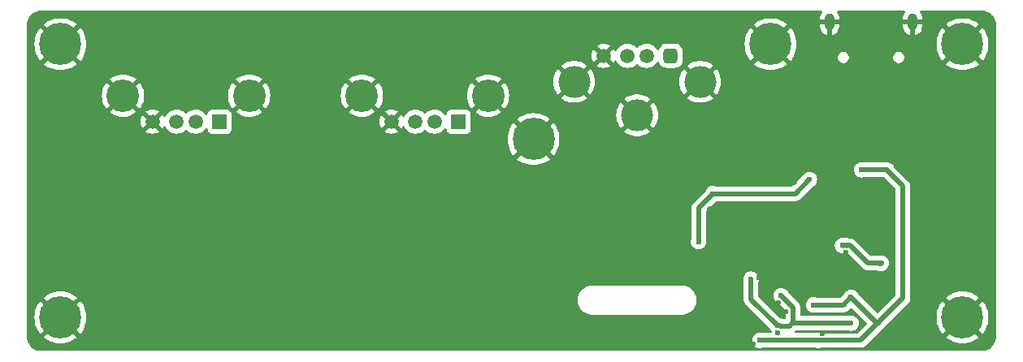
<source format=gbr>
%TF.GenerationSoftware,KiCad,Pcbnew,8.0.4*%
%TF.CreationDate,2024-10-24T20:47:50-05:00*%
%TF.ProjectId,numlocked_HUB,6e756d6c-6f63-46b6-9564-5f4855422e6b,rev?*%
%TF.SameCoordinates,Original*%
%TF.FileFunction,Copper,L4,Bot*%
%TF.FilePolarity,Positive*%
%FSLAX46Y46*%
G04 Gerber Fmt 4.6, Leading zero omitted, Abs format (unit mm)*
G04 Created by KiCad (PCBNEW 8.0.4) date 2024-10-24 20:47:50*
%MOMM*%
%LPD*%
G01*
G04 APERTURE LIST*
G04 Aperture macros list*
%AMRoundRect*
0 Rectangle with rounded corners*
0 $1 Rounding radius*
0 $2 $3 $4 $5 $6 $7 $8 $9 X,Y pos of 4 corners*
0 Add a 4 corners polygon primitive as box body*
4,1,4,$2,$3,$4,$5,$6,$7,$8,$9,$2,$3,0*
0 Add four circle primitives for the rounded corners*
1,1,$1+$1,$2,$3*
1,1,$1+$1,$4,$5*
1,1,$1+$1,$6,$7*
1,1,$1+$1,$8,$9*
0 Add four rect primitives between the rounded corners*
20,1,$1+$1,$2,$3,$4,$5,0*
20,1,$1+$1,$4,$5,$6,$7,0*
20,1,$1+$1,$6,$7,$8,$9,0*
20,1,$1+$1,$8,$9,$2,$3,0*%
G04 Aperture macros list end*
%TA.AperFunction,ComponentPad*%
%ADD10C,4.400000*%
%TD*%
%TA.AperFunction,ComponentPad*%
%ADD11O,1.000000X2.100000*%
%TD*%
%TA.AperFunction,ComponentPad*%
%ADD12O,1.000000X1.800000*%
%TD*%
%TA.AperFunction,ComponentPad*%
%ADD13R,1.508000X1.508000*%
%TD*%
%TA.AperFunction,ComponentPad*%
%ADD14C,1.508000*%
%TD*%
%TA.AperFunction,ComponentPad*%
%ADD15C,3.396000*%
%TD*%
%TA.AperFunction,ComponentPad*%
%ADD16RoundRect,0.377000X0.377000X0.377000X-0.377000X0.377000X-0.377000X-0.377000X0.377000X-0.377000X0*%
%TD*%
%TA.AperFunction,ComponentPad*%
%ADD17C,3.340000*%
%TD*%
%TA.AperFunction,ViaPad*%
%ADD18C,0.600000*%
%TD*%
%TA.AperFunction,ViaPad*%
%ADD19C,0.700000*%
%TD*%
%TA.AperFunction,Conductor*%
%ADD20C,0.500000*%
%TD*%
G04 APERTURE END LIST*
D10*
%TO.P,H3,1,1*%
%TO.N,GND*%
X92000000Y-42500000D03*
%TD*%
%TO.P,H6,1,1*%
%TO.N,GND*%
X92000000Y-71000000D03*
%TD*%
D11*
%TO.P,J1,SH1,SHELL_GND*%
%TO.N,GND*%
X180797500Y-44380000D03*
%TO.P,J1,SH2,SHELL_GND__1*%
X172157500Y-44380000D03*
D12*
%TO.P,J1,SH3,SHELL_GND__2*%
X180797500Y-40200000D03*
%TO.P,J1,SH4,SHELL_GND__3*%
X172157500Y-40200000D03*
%TD*%
D13*
%TO.P,J3,1,VCC*%
%TO.N,+5V*%
X133500000Y-50570000D03*
D14*
%TO.P,J3,2,D-*%
%TO.N,/USB_DOWN2_N*%
X131000000Y-50570000D03*
%TO.P,J3,3,D+*%
%TO.N,/USB_DOWN2_P*%
X129000000Y-50570000D03*
%TO.P,J3,4,GND*%
%TO.N,GND*%
X126500000Y-50570000D03*
D15*
%TO.P,J3,S1,SHIELD*%
X136570000Y-47860000D03*
%TO.P,J3,S2,SHIELD__1*%
X123430000Y-47860000D03*
%TD*%
D10*
%TO.P,H4,1,1*%
%TO.N,GND*%
X186000000Y-71000000D03*
%TD*%
D13*
%TO.P,J4,1,VCC*%
%TO.N,+5V*%
X108600000Y-50570000D03*
D14*
%TO.P,J4,2,D-*%
%TO.N,/USB_DOWN4_N*%
X106100000Y-50570000D03*
%TO.P,J4,3,D+*%
%TO.N,/USB_DOWN4_P*%
X104100000Y-50570000D03*
%TO.P,J4,4,GND*%
%TO.N,GND*%
X101600000Y-50570000D03*
D15*
%TO.P,J4,S1,SHIELD*%
X111670000Y-47860000D03*
%TO.P,J4,S2,SHIELD__1*%
X98530000Y-47860000D03*
%TD*%
D10*
%TO.P,H1,1,1*%
%TO.N,GND*%
X186000000Y-42500000D03*
%TD*%
%TO.P,H2,1,1*%
%TO.N,GND*%
X141300000Y-52400000D03*
%TD*%
%TO.P,H2,1,1*%
%TO.N,GND*%
X166000000Y-42500000D03*
%TD*%
D16*
%TO.P,J2,1,VCC*%
%TO.N,+5V*%
X155600000Y-43705000D03*
D14*
%TO.P,J2,2,D-*%
%TO.N,/USB_DOWN1_N*%
X153100000Y-43705000D03*
%TO.P,J2,3,D+*%
%TO.N,/USB_DOWN1_P*%
X151100000Y-43705000D03*
%TO.P,J2,4,GND*%
%TO.N,GND*%
X148600000Y-43705000D03*
D17*
%TO.P,J2,S1,SHIELD*%
X158670000Y-46415000D03*
%TO.P,J2,S2,SHIELD__1*%
X152100000Y-49915000D03*
%TO.P,J2,S3,SHIELD__2*%
X145530000Y-46415000D03*
%TD*%
D18*
%TO.N,GND*%
X154029677Y-65801303D03*
X152850000Y-65800000D03*
X154000000Y-64400000D03*
D19*
X117750000Y-57950000D03*
X159500000Y-64700000D03*
X166800000Y-61500000D03*
X161000000Y-55600000D03*
X92200000Y-59700000D03*
X119650000Y-57950000D03*
X175400000Y-66100000D03*
X92200000Y-55900000D03*
D18*
X178500000Y-49500000D03*
X186000000Y-60800000D03*
X171100000Y-67500000D03*
D19*
X175200000Y-62600000D03*
X103600000Y-43900000D03*
D18*
X171382417Y-72650000D03*
D19*
X166800000Y-63900000D03*
X162550000Y-55650000D03*
D18*
X186200000Y-55900000D03*
X186100000Y-65700000D03*
X164224008Y-73827830D03*
D19*
X162200000Y-48790000D03*
X165600000Y-62700000D03*
X126500000Y-48300000D03*
X168000000Y-62700000D03*
X165400000Y-53400000D03*
D18*
X183600000Y-60800000D03*
D19*
X92200000Y-57800000D03*
X168000000Y-61500000D03*
X159700000Y-59700000D03*
X148900000Y-66000000D03*
D18*
X165100000Y-57000000D03*
D19*
X168436999Y-56869581D03*
D18*
X163800000Y-65500000D03*
D19*
X165600000Y-63900000D03*
X171891637Y-56204519D03*
D18*
X166800011Y-69499989D03*
D19*
X105500000Y-43900000D03*
D18*
X167570487Y-70365000D03*
D19*
X101700000Y-43900000D03*
D18*
X164762767Y-66866989D03*
D19*
X170600000Y-48200000D03*
X115850000Y-57950000D03*
X126500000Y-52500000D03*
X163550000Y-47900000D03*
X161000000Y-49490000D03*
D18*
X166700000Y-72640274D03*
D19*
X128400000Y-48300000D03*
D18*
X175200000Y-60800000D03*
X181125000Y-49100000D03*
D19*
X101600000Y-52300000D03*
D18*
X175200000Y-59100000D03*
D19*
X165600000Y-61500000D03*
D18*
X173819879Y-64240783D03*
D19*
X130300000Y-48300000D03*
X168000000Y-63900000D03*
D18*
%TO.N,+5V*%
X178100000Y-55600000D03*
X171000000Y-73400000D03*
X175500000Y-55600000D03*
X170500000Y-69700000D03*
X164900000Y-73400000D03*
X174400000Y-68900000D03*
%TO.N,+3V3*%
X174400000Y-71600000D03*
X166700000Y-71840271D03*
X177550000Y-65350000D03*
X158500000Y-63100000D03*
X167100640Y-68724509D03*
X173500000Y-63500000D03*
X163973900Y-67000000D03*
X170052781Y-56608819D03*
X160000000Y-58100000D03*
%TD*%
D20*
%TO.N,+5V*%
X179800000Y-57300000D02*
X179800000Y-69000000D01*
X175400000Y-73400000D02*
X171000000Y-73400000D01*
X179800000Y-69000000D02*
X177685000Y-71115000D01*
X170500000Y-69700000D02*
X173600000Y-69700000D01*
X175500000Y-55600000D02*
X178100000Y-55600000D01*
X177685000Y-71115000D02*
X177150000Y-71650000D01*
X177685000Y-71115000D02*
X175400000Y-73400000D01*
X170990274Y-73390274D02*
X171000000Y-73400000D01*
X173600000Y-69700000D02*
X174400000Y-68900000D01*
X177150000Y-71650000D02*
X174400000Y-68900000D01*
X178100000Y-55600000D02*
X179800000Y-57300000D01*
X164900000Y-73400000D02*
X164909726Y-73390274D01*
X164909726Y-73390274D02*
X170990274Y-73390274D01*
%TO.N,+3V3*%
X166700000Y-71840271D02*
X163973900Y-69114171D01*
X174400000Y-71600000D02*
X168300000Y-71600000D01*
X163973900Y-69114171D02*
X163973900Y-67000000D01*
X168000000Y-71900000D02*
X168300000Y-71600000D01*
X177550000Y-65350000D02*
X176150000Y-65350000D01*
X166700000Y-71840271D02*
X166960658Y-71840271D01*
X168561600Y-58100000D02*
X170052781Y-56608819D01*
X173509217Y-63490783D02*
X173500000Y-63500000D01*
X168320487Y-69944356D02*
X167100640Y-68724509D01*
X168320487Y-71579513D02*
X168300000Y-71600000D01*
X158500000Y-63100000D02*
X158500000Y-59600000D01*
X167020387Y-71900000D02*
X168000000Y-71900000D01*
X174290783Y-63490783D02*
X173509217Y-63490783D01*
X168320487Y-69944356D02*
X168320487Y-71579513D01*
X158500000Y-59600000D02*
X160000000Y-58100000D01*
X166960658Y-71840271D02*
X167020387Y-71900000D01*
X176150000Y-65350000D02*
X174290783Y-63490783D01*
X160000000Y-58100000D02*
X168561600Y-58100000D01*
%TD*%
%TA.AperFunction,Conductor*%
%TO.N,GND*%
G36*
X171324070Y-39020185D02*
G01*
X171369825Y-39072989D01*
X171379769Y-39142147D01*
X171360133Y-39193391D01*
X171271314Y-39326316D01*
X171271307Y-39326328D01*
X171195930Y-39508306D01*
X171195927Y-39508318D01*
X171157500Y-39701504D01*
X171157500Y-39950000D01*
X171857500Y-39950000D01*
X171857500Y-40450000D01*
X171157500Y-40450000D01*
X171157500Y-40698495D01*
X171195927Y-40891681D01*
X171195930Y-40891693D01*
X171271307Y-41073671D01*
X171271314Y-41073684D01*
X171380748Y-41237462D01*
X171380751Y-41237466D01*
X171520033Y-41376748D01*
X171520037Y-41376751D01*
X171683815Y-41486185D01*
X171683828Y-41486192D01*
X171865808Y-41561569D01*
X171907500Y-41569862D01*
X171907500Y-40766988D01*
X171917440Y-40784205D01*
X171973295Y-40840060D01*
X172041704Y-40879556D01*
X172118004Y-40900000D01*
X172196996Y-40900000D01*
X172273296Y-40879556D01*
X172341705Y-40840060D01*
X172397560Y-40784205D01*
X172407500Y-40766988D01*
X172407500Y-41569862D01*
X172449190Y-41561569D01*
X172449192Y-41561569D01*
X172631171Y-41486192D01*
X172631184Y-41486185D01*
X172794962Y-41376751D01*
X172794966Y-41376748D01*
X172934248Y-41237466D01*
X172934251Y-41237462D01*
X173043685Y-41073684D01*
X173043692Y-41073671D01*
X173119069Y-40891693D01*
X173119072Y-40891681D01*
X173157499Y-40698495D01*
X173157500Y-40698492D01*
X173157500Y-40450000D01*
X172457500Y-40450000D01*
X172457500Y-39950000D01*
X173157500Y-39950000D01*
X173157500Y-39701508D01*
X173157499Y-39701504D01*
X173119072Y-39508318D01*
X173119069Y-39508306D01*
X173043692Y-39326328D01*
X173043685Y-39326316D01*
X172954867Y-39193391D01*
X172933989Y-39126714D01*
X172952473Y-39059334D01*
X173004452Y-39012643D01*
X173057969Y-39000500D01*
X179897031Y-39000500D01*
X179964070Y-39020185D01*
X180009825Y-39072989D01*
X180019769Y-39142147D01*
X180000133Y-39193391D01*
X179911314Y-39326316D01*
X179911307Y-39326328D01*
X179835930Y-39508306D01*
X179835927Y-39508318D01*
X179797500Y-39701504D01*
X179797500Y-39950000D01*
X180497500Y-39950000D01*
X180497500Y-40450000D01*
X179797500Y-40450000D01*
X179797500Y-40698495D01*
X179835927Y-40891681D01*
X179835930Y-40891693D01*
X179911307Y-41073671D01*
X179911314Y-41073684D01*
X180020748Y-41237462D01*
X180020751Y-41237466D01*
X180160033Y-41376748D01*
X180160037Y-41376751D01*
X180323815Y-41486185D01*
X180323828Y-41486192D01*
X180505808Y-41561569D01*
X180547500Y-41569862D01*
X180547500Y-40766988D01*
X180557440Y-40784205D01*
X180613295Y-40840060D01*
X180681704Y-40879556D01*
X180758004Y-40900000D01*
X180836996Y-40900000D01*
X180913296Y-40879556D01*
X180981705Y-40840060D01*
X181037560Y-40784205D01*
X181047500Y-40766988D01*
X181047500Y-41569862D01*
X181089190Y-41561569D01*
X181089192Y-41561569D01*
X181271171Y-41486192D01*
X181271184Y-41486185D01*
X181434962Y-41376751D01*
X181434966Y-41376748D01*
X181574248Y-41237466D01*
X181574251Y-41237462D01*
X181683685Y-41073684D01*
X181683692Y-41073671D01*
X181759069Y-40891693D01*
X181759072Y-40891681D01*
X181797499Y-40698495D01*
X181797500Y-40698492D01*
X181797500Y-40450000D01*
X181097500Y-40450000D01*
X181097500Y-39950000D01*
X181797500Y-39950000D01*
X181797500Y-39701508D01*
X181797499Y-39701504D01*
X181759072Y-39508318D01*
X181759069Y-39508306D01*
X181683692Y-39326328D01*
X181683685Y-39326316D01*
X181594867Y-39193391D01*
X181573989Y-39126714D01*
X181592473Y-39059334D01*
X181644452Y-39012643D01*
X181697969Y-39000500D01*
X187934108Y-39000500D01*
X187995572Y-39000500D01*
X188004418Y-39000816D01*
X188204561Y-39015130D01*
X188222063Y-39017647D01*
X188413797Y-39059355D01*
X188430755Y-39064334D01*
X188598000Y-39126714D01*
X188614609Y-39132909D01*
X188630701Y-39140259D01*
X188802904Y-39234288D01*
X188817784Y-39243849D01*
X188974867Y-39361441D01*
X188988237Y-39373027D01*
X189126972Y-39511762D01*
X189138558Y-39525132D01*
X189256146Y-39682210D01*
X189265711Y-39697095D01*
X189359740Y-39869298D01*
X189367090Y-39885390D01*
X189435662Y-40069236D01*
X189440646Y-40086212D01*
X189482351Y-40277931D01*
X189484869Y-40295442D01*
X189499184Y-40495580D01*
X189499500Y-40504427D01*
X189499500Y-72995572D01*
X189499184Y-73004419D01*
X189484869Y-73204557D01*
X189482351Y-73222068D01*
X189440646Y-73413787D01*
X189435662Y-73430763D01*
X189367090Y-73614609D01*
X189359740Y-73630701D01*
X189265711Y-73802904D01*
X189256146Y-73817789D01*
X189138558Y-73974867D01*
X189126972Y-73988237D01*
X188988237Y-74126972D01*
X188974867Y-74138558D01*
X188817789Y-74256146D01*
X188802904Y-74265711D01*
X188630701Y-74359740D01*
X188614609Y-74367090D01*
X188430763Y-74435662D01*
X188413787Y-74440646D01*
X188222068Y-74482351D01*
X188204557Y-74484869D01*
X188023779Y-74497799D01*
X188004417Y-74499184D01*
X187995572Y-74499500D01*
X90004428Y-74499500D01*
X89995582Y-74499184D01*
X89973622Y-74497613D01*
X89795442Y-74484869D01*
X89777931Y-74482351D01*
X89586212Y-74440646D01*
X89569236Y-74435662D01*
X89385390Y-74367090D01*
X89369298Y-74359740D01*
X89197095Y-74265711D01*
X89182210Y-74256146D01*
X89025132Y-74138558D01*
X89011762Y-74126972D01*
X88873027Y-73988237D01*
X88861441Y-73974867D01*
X88743849Y-73817784D01*
X88734288Y-73802904D01*
X88640259Y-73630701D01*
X88632909Y-73614609D01*
X88564334Y-73430755D01*
X88559355Y-73413797D01*
X88517647Y-73222063D01*
X88515130Y-73204556D01*
X88500816Y-73004418D01*
X88500500Y-72995572D01*
X88500500Y-71000000D01*
X89295065Y-71000000D01*
X89314786Y-71326038D01*
X89373667Y-71647341D01*
X89470835Y-71959164D01*
X89470839Y-71959175D01*
X89604897Y-72257041D01*
X89604898Y-72257043D01*
X89773881Y-72536576D01*
X89921476Y-72724968D01*
X91063708Y-71582736D01*
X91160967Y-71716602D01*
X91283398Y-71839033D01*
X91417262Y-71936290D01*
X90275030Y-73078522D01*
X90275030Y-73078523D01*
X90463423Y-73226118D01*
X90742956Y-73395101D01*
X90742958Y-73395102D01*
X91040824Y-73529160D01*
X91040835Y-73529164D01*
X91352658Y-73626332D01*
X91673961Y-73685213D01*
X92000000Y-73704934D01*
X92326038Y-73685213D01*
X92647341Y-73626332D01*
X92959164Y-73529164D01*
X92959175Y-73529160D01*
X93257041Y-73395102D01*
X93257043Y-73395101D01*
X93536586Y-73226112D01*
X93724968Y-73078523D01*
X93724968Y-73078522D01*
X92582737Y-71936290D01*
X92716602Y-71839033D01*
X92839033Y-71716602D01*
X92936290Y-71582737D01*
X94078522Y-72724968D01*
X94078523Y-72724968D01*
X94226112Y-72536586D01*
X94395101Y-72257043D01*
X94395102Y-72257041D01*
X94529160Y-71959175D01*
X94529164Y-71959164D01*
X94626332Y-71647341D01*
X94685213Y-71326038D01*
X94704934Y-71000000D01*
X94685213Y-70673961D01*
X94626332Y-70352658D01*
X94529164Y-70040835D01*
X94529160Y-70040824D01*
X94395102Y-69742958D01*
X94395101Y-69742956D01*
X94226118Y-69463423D01*
X94078522Y-69275030D01*
X92936290Y-70417262D01*
X92839033Y-70283398D01*
X92716602Y-70160967D01*
X92582736Y-70063709D01*
X93553762Y-69092682D01*
X145899500Y-69092682D01*
X145899500Y-69307317D01*
X145930044Y-69519764D01*
X145930047Y-69519774D01*
X145990517Y-69725715D01*
X146079672Y-69920938D01*
X146079679Y-69920951D01*
X146195720Y-70101514D01*
X146336275Y-70263724D01*
X146412550Y-70329816D01*
X146498487Y-70404281D01*
X146570406Y-70450500D01*
X146679048Y-70520320D01*
X146679061Y-70520327D01*
X146874284Y-70609482D01*
X146874288Y-70609483D01*
X146874290Y-70609484D01*
X147080231Y-70669954D01*
X147080232Y-70669954D01*
X147080235Y-70669955D01*
X147143584Y-70679062D01*
X147292682Y-70700500D01*
X147292683Y-70700500D01*
X156907317Y-70700500D01*
X156907318Y-70700500D01*
X157077851Y-70675980D01*
X157119764Y-70669955D01*
X157119765Y-70669954D01*
X157119769Y-70669954D01*
X157325710Y-70609484D01*
X157325713Y-70609482D01*
X157325715Y-70609482D01*
X157520938Y-70520327D01*
X157520944Y-70520323D01*
X157520950Y-70520321D01*
X157701513Y-70404281D01*
X157863724Y-70263724D01*
X158004281Y-70101513D01*
X158120321Y-69920950D01*
X158120323Y-69920944D01*
X158120327Y-69920938D01*
X158209482Y-69725715D01*
X158209482Y-69725713D01*
X158209484Y-69725710D01*
X158269954Y-69519769D01*
X158300500Y-69307318D01*
X158300500Y-69200000D01*
X158300500Y-69134108D01*
X158300500Y-69092682D01*
X158273338Y-68903764D01*
X158269955Y-68880235D01*
X158269952Y-68880225D01*
X158238727Y-68773881D01*
X158209484Y-68674290D01*
X158209483Y-68674288D01*
X158209482Y-68674284D01*
X158120327Y-68479061D01*
X158120320Y-68479048D01*
X158052596Y-68373667D01*
X158004281Y-68298487D01*
X157971172Y-68260277D01*
X157863724Y-68136275D01*
X157701514Y-67995720D01*
X157701513Y-67995719D01*
X157636991Y-67954253D01*
X157520951Y-67879679D01*
X157520938Y-67879672D01*
X157325715Y-67790517D01*
X157119774Y-67730047D01*
X157119764Y-67730044D01*
X156928754Y-67702582D01*
X156907318Y-67699500D01*
X156865892Y-67699500D01*
X147465892Y-67699500D01*
X147400000Y-67699500D01*
X147292682Y-67699500D01*
X147080235Y-67730044D01*
X147080225Y-67730047D01*
X146874284Y-67790517D01*
X146679061Y-67879672D01*
X146679048Y-67879679D01*
X146498485Y-67995720D01*
X146336275Y-68136275D01*
X146195720Y-68298485D01*
X146079679Y-68479048D01*
X146079672Y-68479061D01*
X145990517Y-68674284D01*
X145930047Y-68880225D01*
X145930044Y-68880235D01*
X145899500Y-69092682D01*
X93553762Y-69092682D01*
X93724968Y-68921476D01*
X93536576Y-68773881D01*
X93257043Y-68604898D01*
X93257041Y-68604897D01*
X92959175Y-68470839D01*
X92959164Y-68470835D01*
X92647341Y-68373667D01*
X92326038Y-68314786D01*
X92000000Y-68295065D01*
X91673961Y-68314786D01*
X91352658Y-68373667D01*
X91040835Y-68470835D01*
X91040824Y-68470839D01*
X90742958Y-68604897D01*
X90742956Y-68604898D01*
X90463422Y-68773881D01*
X90463416Y-68773886D01*
X90275030Y-68921474D01*
X90275029Y-68921476D01*
X91417262Y-70063709D01*
X91283398Y-70160967D01*
X91160967Y-70283398D01*
X91063709Y-70417262D01*
X89921476Y-69275029D01*
X89921474Y-69275030D01*
X89773886Y-69463416D01*
X89773881Y-69463422D01*
X89604898Y-69742956D01*
X89604897Y-69742958D01*
X89470839Y-70040824D01*
X89470835Y-70040835D01*
X89373667Y-70352658D01*
X89314786Y-70673961D01*
X89295065Y-71000000D01*
X88500500Y-71000000D01*
X88500500Y-66999996D01*
X163168335Y-66999996D01*
X163168335Y-67000003D01*
X163188530Y-67179249D01*
X163188531Y-67179254D01*
X163216442Y-67259017D01*
X163223400Y-67299972D01*
X163223400Y-69188089D01*
X163223400Y-69188091D01*
X163223399Y-69188091D01*
X163252240Y-69333078D01*
X163252243Y-69333088D01*
X163308813Y-69469661D01*
X163308814Y-69469662D01*
X163308816Y-69469666D01*
X163316447Y-69481086D01*
X163316448Y-69481089D01*
X163390946Y-69592585D01*
X163390952Y-69592592D01*
X165946692Y-72148330D01*
X165969358Y-72184396D01*
X165971188Y-72183515D01*
X165974209Y-72189789D01*
X165974211Y-72189793D01*
X166016466Y-72257041D01*
X166070184Y-72342533D01*
X166155744Y-72428093D01*
X166189229Y-72489416D01*
X166184245Y-72559108D01*
X166142373Y-72615041D01*
X166076909Y-72639458D01*
X166068063Y-72639774D01*
X165172176Y-72639774D01*
X165131221Y-72632815D01*
X165079262Y-72614633D01*
X165079249Y-72614630D01*
X164900004Y-72594435D01*
X164899996Y-72594435D01*
X164720750Y-72614630D01*
X164720745Y-72614631D01*
X164550476Y-72674211D01*
X164397737Y-72770184D01*
X164270184Y-72897737D01*
X164174211Y-73050476D01*
X164114631Y-73220745D01*
X164114630Y-73220750D01*
X164094435Y-73399996D01*
X164094435Y-73400003D01*
X164114630Y-73579249D01*
X164114631Y-73579254D01*
X164174211Y-73749523D01*
X164207753Y-73802904D01*
X164270184Y-73902262D01*
X164397738Y-74029816D01*
X164488080Y-74086582D01*
X164543903Y-74121658D01*
X164550478Y-74125789D01*
X164621098Y-74150500D01*
X164720745Y-74185368D01*
X164720750Y-74185369D01*
X164899996Y-74205565D01*
X164900000Y-74205565D01*
X164900004Y-74205565D01*
X165079246Y-74185369D01*
X165079245Y-74185369D01*
X165079255Y-74185368D01*
X165186809Y-74147732D01*
X165227764Y-74140774D01*
X170672236Y-74140774D01*
X170713190Y-74147732D01*
X170820745Y-74185368D01*
X170820751Y-74185368D01*
X170820753Y-74185369D01*
X170999996Y-74205565D01*
X171000000Y-74205565D01*
X171000004Y-74205565D01*
X171179249Y-74185369D01*
X171179252Y-74185368D01*
X171179255Y-74185368D01*
X171259017Y-74157457D01*
X171299972Y-74150500D01*
X175473920Y-74150500D01*
X175592198Y-74126972D01*
X175618913Y-74121658D01*
X175755495Y-74065084D01*
X175810826Y-74028113D01*
X175878416Y-73982952D01*
X178267952Y-71593416D01*
X178267952Y-71593415D01*
X178861367Y-71000000D01*
X183295065Y-71000000D01*
X183314786Y-71326038D01*
X183373667Y-71647341D01*
X183470835Y-71959164D01*
X183470839Y-71959175D01*
X183604897Y-72257041D01*
X183604898Y-72257043D01*
X183773881Y-72536576D01*
X183921476Y-72724968D01*
X185063708Y-71582736D01*
X185160967Y-71716602D01*
X185283398Y-71839033D01*
X185417262Y-71936290D01*
X184275030Y-73078522D01*
X184275030Y-73078523D01*
X184463423Y-73226118D01*
X184742956Y-73395101D01*
X184742958Y-73395102D01*
X185040824Y-73529160D01*
X185040835Y-73529164D01*
X185352658Y-73626332D01*
X185673961Y-73685213D01*
X186000000Y-73704934D01*
X186326038Y-73685213D01*
X186647341Y-73626332D01*
X186959164Y-73529164D01*
X186959175Y-73529160D01*
X187257041Y-73395102D01*
X187257043Y-73395101D01*
X187536586Y-73226112D01*
X187724968Y-73078523D01*
X187724968Y-73078522D01*
X186582737Y-71936290D01*
X186716602Y-71839033D01*
X186839033Y-71716602D01*
X186936290Y-71582737D01*
X188078522Y-72724968D01*
X188078523Y-72724968D01*
X188226112Y-72536586D01*
X188395101Y-72257043D01*
X188395102Y-72257041D01*
X188529160Y-71959175D01*
X188529164Y-71959164D01*
X188626332Y-71647341D01*
X188685213Y-71326038D01*
X188704934Y-71000000D01*
X188685213Y-70673961D01*
X188626332Y-70352658D01*
X188529164Y-70040835D01*
X188529160Y-70040824D01*
X188395102Y-69742958D01*
X188395101Y-69742956D01*
X188226118Y-69463423D01*
X188078522Y-69275030D01*
X186936290Y-70417262D01*
X186839033Y-70283398D01*
X186716602Y-70160967D01*
X186582736Y-70063709D01*
X187724968Y-68921476D01*
X187536576Y-68773881D01*
X187257043Y-68604898D01*
X187257041Y-68604897D01*
X186959175Y-68470839D01*
X186959164Y-68470835D01*
X186647341Y-68373667D01*
X186326038Y-68314786D01*
X186000000Y-68295065D01*
X185673961Y-68314786D01*
X185352658Y-68373667D01*
X185040835Y-68470835D01*
X185040824Y-68470839D01*
X184742958Y-68604897D01*
X184742956Y-68604898D01*
X184463422Y-68773881D01*
X184463416Y-68773886D01*
X184275030Y-68921474D01*
X184275029Y-68921476D01*
X185417262Y-70063709D01*
X185283398Y-70160967D01*
X185160967Y-70283398D01*
X185063709Y-70417262D01*
X183921476Y-69275029D01*
X183921474Y-69275030D01*
X183773886Y-69463416D01*
X183773881Y-69463422D01*
X183604898Y-69742956D01*
X183604897Y-69742958D01*
X183470839Y-70040824D01*
X183470835Y-70040835D01*
X183373667Y-70352658D01*
X183314786Y-70673961D01*
X183295065Y-71000000D01*
X178861367Y-71000000D01*
X180382952Y-69478415D01*
X180410205Y-69437627D01*
X180465084Y-69355495D01*
X180502199Y-69265892D01*
X180521659Y-69218912D01*
X180544763Y-69102759D01*
X180550500Y-69073918D01*
X180550500Y-57226082D01*
X180550500Y-57226079D01*
X180521659Y-57081092D01*
X180521658Y-57081091D01*
X180521658Y-57081087D01*
X180521656Y-57081082D01*
X180465086Y-56944509D01*
X180465085Y-56944507D01*
X180432186Y-56895270D01*
X180432185Y-56895268D01*
X180382956Y-56821589D01*
X180382952Y-56821584D01*
X178853307Y-55291939D01*
X178830653Y-55255869D01*
X178828813Y-55256756D01*
X178825792Y-55250484D01*
X178825789Y-55250480D01*
X178825789Y-55250478D01*
X178729816Y-55097738D01*
X178602262Y-54970184D01*
X178449523Y-54874211D01*
X178279254Y-54814631D01*
X178279249Y-54814630D01*
X178100004Y-54794435D01*
X178099996Y-54794435D01*
X177920750Y-54814630D01*
X177920745Y-54814631D01*
X177840983Y-54842542D01*
X177800028Y-54849500D01*
X175799972Y-54849500D01*
X175759017Y-54842542D01*
X175679254Y-54814631D01*
X175679249Y-54814630D01*
X175500004Y-54794435D01*
X175499996Y-54794435D01*
X175320750Y-54814630D01*
X175320745Y-54814631D01*
X175150476Y-54874211D01*
X174997737Y-54970184D01*
X174870184Y-55097737D01*
X174774211Y-55250476D01*
X174714631Y-55420745D01*
X174714630Y-55420750D01*
X174694435Y-55599996D01*
X174694435Y-55600003D01*
X174714630Y-55779249D01*
X174714631Y-55779254D01*
X174774211Y-55949523D01*
X174792735Y-55979003D01*
X174870184Y-56102262D01*
X174997738Y-56229816D01*
X175150478Y-56325789D01*
X175320745Y-56385368D01*
X175320750Y-56385369D01*
X175499996Y-56405565D01*
X175500000Y-56405565D01*
X175500004Y-56405565D01*
X175679249Y-56385369D01*
X175679252Y-56385368D01*
X175679255Y-56385368D01*
X175759017Y-56357457D01*
X175799972Y-56350500D01*
X177737770Y-56350500D01*
X177804809Y-56370185D01*
X177825451Y-56386819D01*
X179013181Y-57574549D01*
X179046666Y-57635872D01*
X179049500Y-57662230D01*
X179049500Y-68637769D01*
X179029815Y-68704808D01*
X179013181Y-68725450D01*
X177237680Y-70500950D01*
X177176357Y-70534435D01*
X177106665Y-70529451D01*
X177062318Y-70500950D01*
X176124265Y-69562897D01*
X175153305Y-68591937D01*
X175130656Y-68555864D01*
X175128812Y-68556753D01*
X175125792Y-68550483D01*
X175122510Y-68545259D01*
X175029816Y-68397738D01*
X174902262Y-68270184D01*
X174825971Y-68222247D01*
X174749523Y-68174211D01*
X174579254Y-68114631D01*
X174579249Y-68114630D01*
X174400004Y-68094435D01*
X174399996Y-68094435D01*
X174220750Y-68114630D01*
X174220745Y-68114631D01*
X174050476Y-68174211D01*
X173897737Y-68270184D01*
X173770184Y-68397737D01*
X173674211Y-68550478D01*
X173671188Y-68556756D01*
X173669362Y-68555876D01*
X173646693Y-68591937D01*
X173325449Y-68913182D01*
X173264128Y-68946666D01*
X173237770Y-68949500D01*
X170799972Y-68949500D01*
X170759017Y-68942542D01*
X170679254Y-68914631D01*
X170679249Y-68914630D01*
X170500004Y-68894435D01*
X170499996Y-68894435D01*
X170320750Y-68914630D01*
X170320745Y-68914631D01*
X170150476Y-68974211D01*
X169997737Y-69070184D01*
X169870184Y-69197737D01*
X169774211Y-69350476D01*
X169714631Y-69520745D01*
X169714630Y-69520750D01*
X169694435Y-69699996D01*
X169694435Y-69700003D01*
X169714630Y-69879249D01*
X169714631Y-69879254D01*
X169774211Y-70049523D01*
X169870184Y-70202262D01*
X169997738Y-70329816D01*
X170088080Y-70386582D01*
X170143903Y-70421658D01*
X170150478Y-70425789D01*
X170221098Y-70450500D01*
X170320745Y-70485368D01*
X170320750Y-70485369D01*
X170499996Y-70505565D01*
X170500000Y-70505565D01*
X170500004Y-70505565D01*
X170679249Y-70485369D01*
X170679252Y-70485368D01*
X170679255Y-70485368D01*
X170759017Y-70457457D01*
X170799972Y-70450500D01*
X173673920Y-70450500D01*
X173771462Y-70431096D01*
X173818913Y-70421658D01*
X173955495Y-70365084D01*
X174008277Y-70329816D01*
X174078416Y-70282952D01*
X174312320Y-70049046D01*
X174373641Y-70015563D01*
X174443333Y-70020547D01*
X174487681Y-70049048D01*
X176000951Y-71562318D01*
X176034436Y-71623641D01*
X176029452Y-71693333D01*
X176000951Y-71737680D01*
X175125451Y-72613181D01*
X175064128Y-72646666D01*
X175037770Y-72649500D01*
X174443043Y-72649500D01*
X174400101Y-72636890D01*
X174378351Y-72647640D01*
X174356957Y-72649500D01*
X171299972Y-72649500D01*
X171259017Y-72642542D01*
X171179254Y-72614631D01*
X171179249Y-72614630D01*
X171029160Y-72597720D01*
X171002633Y-72586573D01*
X170991892Y-72593477D01*
X170970840Y-72597720D01*
X170820750Y-72614630D01*
X170820737Y-72614633D01*
X170768779Y-72632815D01*
X170727824Y-72639774D01*
X168620956Y-72639774D01*
X168553917Y-72620089D01*
X168508162Y-72567285D01*
X168498218Y-72498127D01*
X168527243Y-72434571D01*
X168533275Y-72428093D01*
X168574549Y-72386819D01*
X168635872Y-72353334D01*
X168662230Y-72350500D01*
X170956957Y-72350500D01*
X170999898Y-72363109D01*
X171021649Y-72352360D01*
X171043043Y-72350500D01*
X174100028Y-72350500D01*
X174140982Y-72357457D01*
X174220745Y-72385368D01*
X174220750Y-72385369D01*
X174370840Y-72402280D01*
X174397366Y-72413426D01*
X174408108Y-72406523D01*
X174429160Y-72402280D01*
X174579249Y-72385369D01*
X174579252Y-72385368D01*
X174579255Y-72385368D01*
X174749522Y-72325789D01*
X174902262Y-72229816D01*
X175029816Y-72102262D01*
X175125789Y-71949522D01*
X175185368Y-71779255D01*
X175185369Y-71779249D01*
X175205565Y-71600003D01*
X175205565Y-71599996D01*
X175185369Y-71420750D01*
X175185368Y-71420745D01*
X175125789Y-71250478D01*
X175029816Y-71097738D01*
X174902262Y-70970184D01*
X174749523Y-70874211D01*
X174579254Y-70814631D01*
X174579249Y-70814630D01*
X174400004Y-70794435D01*
X174399996Y-70794435D01*
X174220750Y-70814630D01*
X174220745Y-70814631D01*
X174140983Y-70842542D01*
X174100028Y-70849500D01*
X169194987Y-70849500D01*
X169127948Y-70829815D01*
X169082193Y-70777011D01*
X169070987Y-70725500D01*
X169070987Y-69870435D01*
X169042146Y-69725448D01*
X169042145Y-69725447D01*
X169042145Y-69725443D01*
X169042143Y-69725438D01*
X168985574Y-69588867D01*
X168985567Y-69588854D01*
X168903439Y-69465941D01*
X168854223Y-69416725D01*
X168798903Y-69361405D01*
X168331933Y-68894435D01*
X167853948Y-68416449D01*
X167831283Y-68380379D01*
X167829452Y-68381262D01*
X167826432Y-68374992D01*
X167826428Y-68374985D01*
X167730456Y-68222247D01*
X167602902Y-68094693D01*
X167602491Y-68094435D01*
X167450163Y-67998720D01*
X167279894Y-67939140D01*
X167279889Y-67939139D01*
X167100644Y-67918944D01*
X167100636Y-67918944D01*
X166921390Y-67939139D01*
X166921385Y-67939140D01*
X166751116Y-67998720D01*
X166598377Y-68094693D01*
X166470824Y-68222246D01*
X166374851Y-68374985D01*
X166315271Y-68545254D01*
X166315270Y-68545259D01*
X166295075Y-68724505D01*
X166295075Y-68724512D01*
X166315270Y-68903758D01*
X166315271Y-68903763D01*
X166374851Y-69074032D01*
X166412600Y-69134108D01*
X166470824Y-69226771D01*
X166598378Y-69354325D01*
X166730960Y-69437632D01*
X166751123Y-69450301D01*
X166757393Y-69453321D01*
X166756510Y-69455152D01*
X166792580Y-69477817D01*
X167533668Y-70218904D01*
X167567153Y-70280227D01*
X167569987Y-70306585D01*
X167569987Y-71025500D01*
X167550302Y-71092539D01*
X167497498Y-71138294D01*
X167445987Y-71149500D01*
X167278804Y-71149500D01*
X167231352Y-71140061D01*
X167179575Y-71118614D01*
X167179565Y-71118611D01*
X167041870Y-71091221D01*
X166979959Y-71058836D01*
X166978381Y-71057285D01*
X164760719Y-68839622D01*
X164727234Y-68778299D01*
X164724400Y-68751941D01*
X164724400Y-67299972D01*
X164731358Y-67259017D01*
X164759268Y-67179254D01*
X164759269Y-67179249D01*
X164779465Y-67000003D01*
X164779465Y-66999996D01*
X164759269Y-66820750D01*
X164759268Y-66820745D01*
X164699688Y-66650476D01*
X164603715Y-66497737D01*
X164476162Y-66370184D01*
X164323423Y-66274211D01*
X164153154Y-66214631D01*
X164153149Y-66214630D01*
X163973904Y-66194435D01*
X163973896Y-66194435D01*
X163794650Y-66214630D01*
X163794645Y-66214631D01*
X163624376Y-66274211D01*
X163471637Y-66370184D01*
X163344084Y-66497737D01*
X163248111Y-66650476D01*
X163188531Y-66820745D01*
X163188530Y-66820750D01*
X163168335Y-66999996D01*
X88500500Y-66999996D01*
X88500500Y-63099996D01*
X157694435Y-63099996D01*
X157694435Y-63100003D01*
X157714630Y-63279249D01*
X157714631Y-63279254D01*
X157774211Y-63449523D01*
X157805926Y-63499996D01*
X157870184Y-63602262D01*
X157997738Y-63729816D01*
X158150478Y-63825789D01*
X158218306Y-63849523D01*
X158320745Y-63885368D01*
X158320750Y-63885369D01*
X158499996Y-63905565D01*
X158500000Y-63905565D01*
X158500004Y-63905565D01*
X158679249Y-63885369D01*
X158679252Y-63885368D01*
X158679255Y-63885368D01*
X158849522Y-63825789D01*
X159002262Y-63729816D01*
X159129816Y-63602262D01*
X159194074Y-63499996D01*
X172694435Y-63499996D01*
X172694435Y-63500003D01*
X172714630Y-63679249D01*
X172714631Y-63679254D01*
X172774211Y-63849523D01*
X172796735Y-63885369D01*
X172870184Y-64002262D01*
X172997738Y-64129816D01*
X173150478Y-64225789D01*
X173300806Y-64278391D01*
X173320745Y-64285368D01*
X173320750Y-64285369D01*
X173499997Y-64305565D01*
X173500000Y-64305565D01*
X173532158Y-64301940D01*
X173551520Y-64301282D01*
X173552636Y-64301331D01*
X173562611Y-64301772D01*
X173641561Y-64293956D01*
X173757913Y-64268328D01*
X173763085Y-64266528D01*
X173773696Y-64261362D01*
X173793014Y-64253882D01*
X173795100Y-64253269D01*
X173853422Y-64250459D01*
X173895771Y-64258583D01*
X173895778Y-64258583D01*
X173895780Y-64258584D01*
X173900229Y-64259001D01*
X173945830Y-64258882D01*
X174012918Y-64278391D01*
X174033832Y-64295200D01*
X175671586Y-65932954D01*
X175699639Y-65951697D01*
X175741723Y-65979816D01*
X175794505Y-66015084D01*
X175794507Y-66015085D01*
X175794511Y-66015087D01*
X175931082Y-66071656D01*
X175931087Y-66071658D01*
X175931091Y-66071658D01*
X175931092Y-66071659D01*
X176076079Y-66100500D01*
X176076082Y-66100500D01*
X176076083Y-66100500D01*
X176223917Y-66100500D01*
X176886637Y-66100500D01*
X176914409Y-66103650D01*
X176918749Y-66104648D01*
X177495391Y-66152701D01*
X177515718Y-66153983D01*
X177516651Y-66154023D01*
X177516652Y-66154022D01*
X177516653Y-66154023D01*
X177517297Y-66154003D01*
X177523264Y-66153821D01*
X177540927Y-66154542D01*
X177550000Y-66155565D01*
X177576085Y-66152625D01*
X177586164Y-66151906D01*
X177590640Y-66151770D01*
X177590648Y-66151767D01*
X177594758Y-66151195D01*
X177604572Y-66149415D01*
X177664614Y-66142650D01*
X177729249Y-66135369D01*
X177729252Y-66135368D01*
X177729255Y-66135368D01*
X177899522Y-66075789D01*
X178052262Y-65979816D01*
X178179816Y-65852262D01*
X178275789Y-65699522D01*
X178335368Y-65529255D01*
X178355565Y-65350000D01*
X178335368Y-65170745D01*
X178275789Y-65000478D01*
X178179816Y-64847738D01*
X178052262Y-64720184D01*
X177899523Y-64624211D01*
X177729254Y-64564631D01*
X177729249Y-64564630D01*
X177550004Y-64544435D01*
X177550002Y-64544435D01*
X177550000Y-64544435D01*
X177535285Y-64546092D01*
X177525080Y-64547242D01*
X177503817Y-64547800D01*
X177501190Y-64547644D01*
X177495393Y-64547298D01*
X177495392Y-64547298D01*
X177495391Y-64547298D01*
X177390545Y-64556035D01*
X176918727Y-64595353D01*
X176890283Y-64598667D01*
X176875937Y-64599500D01*
X176512230Y-64599500D01*
X176445191Y-64579815D01*
X176424549Y-64563181D01*
X174769204Y-62907835D01*
X174769197Y-62907829D01*
X174681998Y-62849565D01*
X174681899Y-62849500D01*
X174646278Y-62825699D01*
X174646277Y-62825698D01*
X174646275Y-62825697D01*
X174509700Y-62769126D01*
X174509690Y-62769123D01*
X174364703Y-62740283D01*
X174364701Y-62740283D01*
X174156134Y-62740283D01*
X174130180Y-62737536D01*
X174128659Y-62737210D01*
X174121652Y-62735710D01*
X174121641Y-62735709D01*
X173546836Y-62696519D01*
X173529875Y-62695648D01*
X173529262Y-62695627D01*
X173529141Y-62695623D01*
X173529140Y-62695623D01*
X173529139Y-62695623D01*
X173524022Y-62695800D01*
X173505860Y-62695095D01*
X173500000Y-62694435D01*
X173499999Y-62694435D01*
X173499998Y-62694435D01*
X173499997Y-62694435D01*
X173476625Y-62697067D01*
X173467052Y-62697771D01*
X173459365Y-62698037D01*
X173457487Y-62698303D01*
X173444060Y-62700737D01*
X173320750Y-62714630D01*
X173150478Y-62774210D01*
X172997737Y-62870184D01*
X172870184Y-62997737D01*
X172774211Y-63150476D01*
X172714631Y-63320745D01*
X172714630Y-63320750D01*
X172694435Y-63499996D01*
X159194074Y-63499996D01*
X159225789Y-63449522D01*
X159285368Y-63279255D01*
X159305565Y-63100000D01*
X159285368Y-62920745D01*
X159257458Y-62840982D01*
X159250500Y-62800028D01*
X159250500Y-59962229D01*
X159270185Y-59895190D01*
X159286819Y-59874548D01*
X160274548Y-58886819D01*
X160335871Y-58853334D01*
X160362229Y-58850500D01*
X168635520Y-58850500D01*
X168733062Y-58831096D01*
X168780513Y-58821658D01*
X168917095Y-58765084D01*
X168969877Y-58729816D01*
X169040016Y-58682952D01*
X170360840Y-57362125D01*
X170396913Y-57339476D01*
X170396025Y-57337632D01*
X170402296Y-57334611D01*
X170402297Y-57334609D01*
X170402303Y-57334608D01*
X170555043Y-57238635D01*
X170682597Y-57111081D01*
X170778570Y-56958341D01*
X170838149Y-56788074D01*
X170858346Y-56608819D01*
X170838149Y-56429564D01*
X170778570Y-56259297D01*
X170682597Y-56106557D01*
X170555043Y-55979003D01*
X170508126Y-55949523D01*
X170402304Y-55883030D01*
X170232035Y-55823450D01*
X170232030Y-55823449D01*
X170052785Y-55803254D01*
X170052777Y-55803254D01*
X169873531Y-55823449D01*
X169873526Y-55823450D01*
X169703257Y-55883030D01*
X169550518Y-55979003D01*
X169422965Y-56106556D01*
X169326989Y-56259302D01*
X169323967Y-56265577D01*
X169322142Y-56264697D01*
X169299473Y-56300758D01*
X168287051Y-57313181D01*
X168225728Y-57346666D01*
X168199370Y-57349500D01*
X160299972Y-57349500D01*
X160259017Y-57342542D01*
X160179254Y-57314631D01*
X160179249Y-57314630D01*
X160000004Y-57294435D01*
X159999996Y-57294435D01*
X159820750Y-57314630D01*
X159820745Y-57314631D01*
X159650476Y-57374211D01*
X159497737Y-57470184D01*
X159370184Y-57597737D01*
X159274208Y-57750483D01*
X159271186Y-57756758D01*
X159269361Y-57755878D01*
X159246692Y-57791939D01*
X157917050Y-59121580D01*
X157917044Y-59121588D01*
X157867812Y-59195268D01*
X157867813Y-59195269D01*
X157834921Y-59244496D01*
X157834914Y-59244508D01*
X157778342Y-59381086D01*
X157778340Y-59381092D01*
X157749500Y-59526079D01*
X157749500Y-62800028D01*
X157742542Y-62840982D01*
X157714631Y-62920747D01*
X157694435Y-63099996D01*
X88500500Y-63099996D01*
X88500500Y-52400000D01*
X138595065Y-52400000D01*
X138614786Y-52726038D01*
X138673667Y-53047341D01*
X138770835Y-53359164D01*
X138770839Y-53359175D01*
X138904897Y-53657041D01*
X138904898Y-53657043D01*
X139073881Y-53936576D01*
X139221476Y-54124968D01*
X140363708Y-52982736D01*
X140460967Y-53116602D01*
X140583398Y-53239033D01*
X140717262Y-53336290D01*
X139575030Y-54478522D01*
X139575030Y-54478523D01*
X139763423Y-54626118D01*
X140042956Y-54795101D01*
X140042958Y-54795102D01*
X140340824Y-54929160D01*
X140340835Y-54929164D01*
X140652658Y-55026332D01*
X140973961Y-55085213D01*
X141300000Y-55104934D01*
X141626038Y-55085213D01*
X141947341Y-55026332D01*
X142259164Y-54929164D01*
X142259175Y-54929160D01*
X142557041Y-54795102D01*
X142557043Y-54795101D01*
X142836586Y-54626112D01*
X143024968Y-54478523D01*
X143024968Y-54478522D01*
X141882737Y-53336290D01*
X142016602Y-53239033D01*
X142139033Y-53116602D01*
X142236290Y-52982736D01*
X143378522Y-54124968D01*
X143378523Y-54124968D01*
X143526112Y-53936586D01*
X143695101Y-53657043D01*
X143695102Y-53657041D01*
X143829160Y-53359175D01*
X143829164Y-53359164D01*
X143926332Y-53047341D01*
X143985213Y-52726038D01*
X144004934Y-52400000D01*
X143985213Y-52073961D01*
X143926332Y-51752658D01*
X143829164Y-51440835D01*
X143829160Y-51440824D01*
X143695102Y-51142958D01*
X143695101Y-51142956D01*
X143526118Y-50863423D01*
X143378522Y-50675030D01*
X142236290Y-51817261D01*
X142139033Y-51683398D01*
X142016602Y-51560967D01*
X141882736Y-51463709D01*
X143024968Y-50321476D01*
X142836576Y-50173881D01*
X142557043Y-50004898D01*
X142557041Y-50004897D01*
X142357297Y-49915000D01*
X149924929Y-49915000D01*
X149945187Y-50211172D01*
X149945188Y-50211174D01*
X150005583Y-50501812D01*
X150005588Y-50501831D01*
X150104999Y-50781549D01*
X150241577Y-51045133D01*
X150241581Y-51045139D01*
X150396639Y-51264805D01*
X150396640Y-51264806D01*
X151113593Y-50547852D01*
X151207574Y-50677204D01*
X151337796Y-50807426D01*
X151467146Y-50901405D01*
X150752439Y-51616111D01*
X150845682Y-51691970D01*
X151099327Y-51846214D01*
X151371611Y-51964483D01*
X151657462Y-52044575D01*
X151657469Y-52044576D01*
X151951567Y-52085000D01*
X152248433Y-52085000D01*
X152542530Y-52044576D01*
X152542537Y-52044575D01*
X152828388Y-51964483D01*
X153100672Y-51846214D01*
X153354314Y-51691972D01*
X153354329Y-51691962D01*
X153447558Y-51616111D01*
X152732852Y-50901405D01*
X152862204Y-50807426D01*
X152992426Y-50677204D01*
X153086405Y-50547852D01*
X153803358Y-51264805D01*
X153803359Y-51264805D01*
X153958422Y-51045132D01*
X154095000Y-50781549D01*
X154194411Y-50501831D01*
X154194416Y-50501812D01*
X154254811Y-50211174D01*
X154254812Y-50211172D01*
X154275070Y-49915000D01*
X154254812Y-49618827D01*
X154254811Y-49618825D01*
X154194416Y-49328187D01*
X154194411Y-49328168D01*
X154095000Y-49048450D01*
X153958422Y-48784867D01*
X153803358Y-48565193D01*
X153086405Y-49282146D01*
X152992426Y-49152796D01*
X152862204Y-49022574D01*
X152732852Y-48928594D01*
X153447559Y-48213887D01*
X153354326Y-48138037D01*
X153354313Y-48138027D01*
X153100672Y-47983785D01*
X152828388Y-47865516D01*
X152542537Y-47785424D01*
X152542530Y-47785423D01*
X152248433Y-47745000D01*
X151951567Y-47745000D01*
X151657469Y-47785423D01*
X151657462Y-47785424D01*
X151371611Y-47865516D01*
X151099327Y-47983785D01*
X150845681Y-48138031D01*
X150845668Y-48138039D01*
X150752439Y-48213886D01*
X150752439Y-48213887D01*
X151467147Y-48928594D01*
X151337796Y-49022574D01*
X151207574Y-49152796D01*
X151113594Y-49282146D01*
X150396640Y-48565192D01*
X150396639Y-48565192D01*
X150241581Y-48784860D01*
X150241577Y-48784866D01*
X150104999Y-49048450D01*
X150005588Y-49328168D01*
X150005583Y-49328187D01*
X149945188Y-49618825D01*
X149945187Y-49618827D01*
X149924929Y-49915000D01*
X142357297Y-49915000D01*
X142259175Y-49870839D01*
X142259164Y-49870835D01*
X141947341Y-49773667D01*
X141626038Y-49714786D01*
X141300000Y-49695065D01*
X140973961Y-49714786D01*
X140652658Y-49773667D01*
X140340835Y-49870835D01*
X140340824Y-49870839D01*
X140042958Y-50004897D01*
X140042956Y-50004898D01*
X139763422Y-50173881D01*
X139763416Y-50173886D01*
X139575030Y-50321474D01*
X139575029Y-50321476D01*
X140717262Y-51463709D01*
X140583398Y-51560967D01*
X140460967Y-51683398D01*
X140363709Y-51817262D01*
X139221476Y-50675029D01*
X139221474Y-50675030D01*
X139073886Y-50863416D01*
X139073881Y-50863422D01*
X138904898Y-51142956D01*
X138904897Y-51142958D01*
X138770839Y-51440824D01*
X138770835Y-51440835D01*
X138673667Y-51752658D01*
X138614786Y-52073961D01*
X138595065Y-52400000D01*
X88500500Y-52400000D01*
X88500500Y-50569999D01*
X100341210Y-50569999D01*
X100341210Y-50570000D01*
X100360333Y-50788582D01*
X100360335Y-50788592D01*
X100417121Y-51000524D01*
X100417125Y-51000533D01*
X100509854Y-51199392D01*
X100554003Y-51262443D01*
X101117037Y-50699409D01*
X101134075Y-50762993D01*
X101199901Y-50877007D01*
X101292993Y-50970099D01*
X101407007Y-51035925D01*
X101470590Y-51052962D01*
X100907555Y-51615996D01*
X100970601Y-51660142D01*
X100970605Y-51660144D01*
X101169466Y-51752874D01*
X101169475Y-51752878D01*
X101381407Y-51809664D01*
X101381417Y-51809666D01*
X101599999Y-51828790D01*
X101600001Y-51828790D01*
X101818582Y-51809666D01*
X101818592Y-51809664D01*
X102030524Y-51752878D01*
X102030533Y-51752874D01*
X102229392Y-51660145D01*
X102292443Y-51615995D01*
X101729410Y-51052962D01*
X101792993Y-51035925D01*
X101907007Y-50970099D01*
X102000099Y-50877007D01*
X102065925Y-50762993D01*
X102082962Y-50699409D01*
X102645995Y-51262442D01*
X102690146Y-51199390D01*
X102737342Y-51098179D01*
X102783514Y-51045739D01*
X102850707Y-51026587D01*
X102917589Y-51046802D01*
X102962106Y-51098178D01*
X103009421Y-51199646D01*
X103009423Y-51199650D01*
X103135322Y-51379452D01*
X103135327Y-51379458D01*
X103290541Y-51534672D01*
X103290547Y-51534677D01*
X103470349Y-51660576D01*
X103470351Y-51660577D01*
X103470354Y-51660579D01*
X103669297Y-51753347D01*
X103881326Y-51810161D01*
X104033510Y-51823475D01*
X104099998Y-51829292D01*
X104100000Y-51829292D01*
X104100002Y-51829292D01*
X104166490Y-51823475D01*
X104318674Y-51810161D01*
X104530703Y-51753347D01*
X104729646Y-51660579D01*
X104909457Y-51534674D01*
X105012319Y-51431812D01*
X105073642Y-51398327D01*
X105143334Y-51403311D01*
X105187681Y-51431812D01*
X105290541Y-51534672D01*
X105290547Y-51534677D01*
X105470349Y-51660576D01*
X105470351Y-51660577D01*
X105470354Y-51660579D01*
X105669297Y-51753347D01*
X105881326Y-51810161D01*
X106033510Y-51823475D01*
X106099998Y-51829292D01*
X106100000Y-51829292D01*
X106100002Y-51829292D01*
X106166490Y-51823475D01*
X106318674Y-51810161D01*
X106530703Y-51753347D01*
X106729646Y-51660579D01*
X106909457Y-51534674D01*
X107064674Y-51379457D01*
X107119926Y-51300547D01*
X107174501Y-51256924D01*
X107243999Y-51249730D01*
X107306354Y-51281252D01*
X107341769Y-51341481D01*
X107345120Y-51368573D01*
X107345146Y-51368571D01*
X107345146Y-51368573D01*
X107345324Y-51368564D01*
X107345479Y-51371473D01*
X107345500Y-51371637D01*
X107345500Y-51371852D01*
X107345501Y-51371876D01*
X107351908Y-51431483D01*
X107402202Y-51566328D01*
X107402206Y-51566335D01*
X107488452Y-51681544D01*
X107488455Y-51681547D01*
X107603664Y-51767793D01*
X107603671Y-51767797D01*
X107738517Y-51818091D01*
X107738516Y-51818091D01*
X107745444Y-51818835D01*
X107798127Y-51824500D01*
X109401872Y-51824499D01*
X109461483Y-51818091D01*
X109596331Y-51767796D01*
X109711546Y-51681546D01*
X109797796Y-51566331D01*
X109848091Y-51431483D01*
X109854500Y-51371873D01*
X109854499Y-50569999D01*
X125241210Y-50569999D01*
X125241210Y-50570000D01*
X125260333Y-50788582D01*
X125260335Y-50788592D01*
X125317121Y-51000524D01*
X125317125Y-51000533D01*
X125409854Y-51199392D01*
X125454003Y-51262443D01*
X126017037Y-50699409D01*
X126034075Y-50762993D01*
X126099901Y-50877007D01*
X126192993Y-50970099D01*
X126307007Y-51035925D01*
X126370590Y-51052962D01*
X125807555Y-51615996D01*
X125870601Y-51660142D01*
X125870605Y-51660144D01*
X126069466Y-51752874D01*
X126069475Y-51752878D01*
X126281407Y-51809664D01*
X126281417Y-51809666D01*
X126499999Y-51828790D01*
X126500001Y-51828790D01*
X126718582Y-51809666D01*
X126718592Y-51809664D01*
X126930524Y-51752878D01*
X126930533Y-51752874D01*
X127129392Y-51660145D01*
X127192443Y-51615995D01*
X126629410Y-51052962D01*
X126692993Y-51035925D01*
X126807007Y-50970099D01*
X126900099Y-50877007D01*
X126965925Y-50762993D01*
X126982962Y-50699409D01*
X127545995Y-51262442D01*
X127590146Y-51199390D01*
X127637342Y-51098179D01*
X127683514Y-51045739D01*
X127750707Y-51026587D01*
X127817589Y-51046802D01*
X127862106Y-51098178D01*
X127909421Y-51199646D01*
X127909423Y-51199650D01*
X128035322Y-51379452D01*
X128035327Y-51379458D01*
X128190541Y-51534672D01*
X128190547Y-51534677D01*
X128370349Y-51660576D01*
X128370351Y-51660577D01*
X128370354Y-51660579D01*
X128569297Y-51753347D01*
X128781326Y-51810161D01*
X128933510Y-51823475D01*
X128999998Y-51829292D01*
X129000000Y-51829292D01*
X129000002Y-51829292D01*
X129066490Y-51823475D01*
X129218674Y-51810161D01*
X129430703Y-51753347D01*
X129629646Y-51660579D01*
X129809457Y-51534674D01*
X129912319Y-51431812D01*
X129973642Y-51398327D01*
X130043334Y-51403311D01*
X130087681Y-51431812D01*
X130190541Y-51534672D01*
X130190547Y-51534677D01*
X130370349Y-51660576D01*
X130370351Y-51660577D01*
X130370354Y-51660579D01*
X130569297Y-51753347D01*
X130781326Y-51810161D01*
X130933510Y-51823475D01*
X130999998Y-51829292D01*
X131000000Y-51829292D01*
X131000002Y-51829292D01*
X131066490Y-51823475D01*
X131218674Y-51810161D01*
X131430703Y-51753347D01*
X131629646Y-51660579D01*
X131809457Y-51534674D01*
X131964674Y-51379457D01*
X132019926Y-51300547D01*
X132074501Y-51256924D01*
X132143999Y-51249730D01*
X132206354Y-51281252D01*
X132241769Y-51341481D01*
X132245120Y-51368573D01*
X132245146Y-51368571D01*
X132245146Y-51368573D01*
X132245324Y-51368564D01*
X132245479Y-51371473D01*
X132245500Y-51371637D01*
X132245500Y-51371852D01*
X132245501Y-51371876D01*
X132251908Y-51431483D01*
X132302202Y-51566328D01*
X132302206Y-51566335D01*
X132388452Y-51681544D01*
X132388455Y-51681547D01*
X132503664Y-51767793D01*
X132503671Y-51767797D01*
X132638517Y-51818091D01*
X132638516Y-51818091D01*
X132645444Y-51818835D01*
X132698127Y-51824500D01*
X134301872Y-51824499D01*
X134361483Y-51818091D01*
X134496331Y-51767796D01*
X134611546Y-51681546D01*
X134697796Y-51566331D01*
X134748091Y-51431483D01*
X134754500Y-51371873D01*
X134754499Y-49768128D01*
X134748091Y-49708517D01*
X134747968Y-49708188D01*
X134697797Y-49573671D01*
X134697793Y-49573664D01*
X134611547Y-49458455D01*
X134611544Y-49458452D01*
X134496335Y-49372206D01*
X134496328Y-49372202D01*
X134361482Y-49321908D01*
X134361483Y-49321908D01*
X134301883Y-49315501D01*
X134301881Y-49315500D01*
X134301873Y-49315500D01*
X134301864Y-49315500D01*
X132698129Y-49315500D01*
X132698123Y-49315501D01*
X132638516Y-49321908D01*
X132503671Y-49372202D01*
X132503664Y-49372206D01*
X132388455Y-49458452D01*
X132388452Y-49458455D01*
X132302206Y-49573664D01*
X132302202Y-49573671D01*
X132251908Y-49708517D01*
X132246315Y-49760543D01*
X132245501Y-49768123D01*
X132245500Y-49768135D01*
X132245500Y-49768326D01*
X132245487Y-49768368D01*
X132245322Y-49771452D01*
X132244593Y-49771412D01*
X132225815Y-49835365D01*
X132173011Y-49881120D01*
X132103853Y-49891064D01*
X132040297Y-49862039D01*
X132019925Y-49839449D01*
X131994353Y-49802929D01*
X131964674Y-49760543D01*
X131809457Y-49605326D01*
X131809455Y-49605325D01*
X131809452Y-49605322D01*
X131629650Y-49479423D01*
X131629642Y-49479419D01*
X131430708Y-49386655D01*
X131430706Y-49386654D01*
X131430703Y-49386653D01*
X131279885Y-49346240D01*
X131218675Y-49329839D01*
X131218668Y-49329838D01*
X131000002Y-49310708D01*
X130999998Y-49310708D01*
X130781331Y-49329838D01*
X130781324Y-49329839D01*
X130658902Y-49362642D01*
X130569297Y-49386653D01*
X130569295Y-49386653D01*
X130569291Y-49386655D01*
X130370357Y-49479419D01*
X130370349Y-49479423D01*
X130190547Y-49605322D01*
X130190541Y-49605327D01*
X130087681Y-49708188D01*
X130026358Y-49741673D01*
X129956666Y-49736689D01*
X129912319Y-49708188D01*
X129809458Y-49605327D01*
X129809452Y-49605322D01*
X129629650Y-49479423D01*
X129629642Y-49479419D01*
X129430708Y-49386655D01*
X129430706Y-49386654D01*
X129430703Y-49386653D01*
X129279885Y-49346240D01*
X129218675Y-49329839D01*
X129218668Y-49329838D01*
X129000002Y-49310708D01*
X128999998Y-49310708D01*
X128781331Y-49329838D01*
X128781324Y-49329839D01*
X128658902Y-49362642D01*
X128569297Y-49386653D01*
X128569295Y-49386653D01*
X128569291Y-49386655D01*
X128370357Y-49479419D01*
X128370349Y-49479423D01*
X128190547Y-49605322D01*
X128190541Y-49605327D01*
X128035327Y-49760541D01*
X128035322Y-49760547D01*
X127909423Y-49940349D01*
X127909421Y-49940353D01*
X127862106Y-50041821D01*
X127815933Y-50094260D01*
X127748740Y-50113412D01*
X127681859Y-50093196D01*
X127637342Y-50041821D01*
X127590144Y-49940605D01*
X127590142Y-49940601D01*
X127545996Y-49877555D01*
X126982962Y-50440589D01*
X126965925Y-50377007D01*
X126900099Y-50262993D01*
X126807007Y-50169901D01*
X126692993Y-50104075D01*
X126629409Y-50087037D01*
X127192443Y-49524003D01*
X127129392Y-49479854D01*
X126930533Y-49387125D01*
X126930524Y-49387121D01*
X126718592Y-49330335D01*
X126718582Y-49330333D01*
X126500001Y-49311210D01*
X126499999Y-49311210D01*
X126281417Y-49330333D01*
X126281407Y-49330335D01*
X126069475Y-49387121D01*
X126069466Y-49387124D01*
X125870606Y-49479855D01*
X125870604Y-49479856D01*
X125807556Y-49524003D01*
X125807555Y-49524003D01*
X126370590Y-50087037D01*
X126307007Y-50104075D01*
X126192993Y-50169901D01*
X126099901Y-50262993D01*
X126034075Y-50377007D01*
X126017037Y-50440589D01*
X125454003Y-49877555D01*
X125454003Y-49877556D01*
X125409856Y-49940604D01*
X125409855Y-49940606D01*
X125317124Y-50139466D01*
X125317121Y-50139475D01*
X125260335Y-50351407D01*
X125260333Y-50351417D01*
X125241210Y-50569999D01*
X109854499Y-50569999D01*
X109854499Y-49768128D01*
X109848091Y-49708517D01*
X109847968Y-49708188D01*
X109797797Y-49573671D01*
X109797793Y-49573664D01*
X109711547Y-49458455D01*
X109711544Y-49458452D01*
X109596335Y-49372206D01*
X109596328Y-49372202D01*
X109461482Y-49321908D01*
X109461483Y-49321908D01*
X109401883Y-49315501D01*
X109401881Y-49315500D01*
X109401873Y-49315500D01*
X109401864Y-49315500D01*
X107798129Y-49315500D01*
X107798123Y-49315501D01*
X107738516Y-49321908D01*
X107603671Y-49372202D01*
X107603664Y-49372206D01*
X107488455Y-49458452D01*
X107488452Y-49458455D01*
X107402206Y-49573664D01*
X107402202Y-49573671D01*
X107351908Y-49708517D01*
X107346315Y-49760543D01*
X107345501Y-49768123D01*
X107345500Y-49768135D01*
X107345500Y-49768326D01*
X107345487Y-49768368D01*
X107345322Y-49771452D01*
X107344593Y-49771412D01*
X107325815Y-49835365D01*
X107273011Y-49881120D01*
X107203853Y-49891064D01*
X107140297Y-49862039D01*
X107119925Y-49839449D01*
X107094353Y-49802929D01*
X107064674Y-49760543D01*
X106909457Y-49605326D01*
X106909455Y-49605325D01*
X106909452Y-49605322D01*
X106729650Y-49479423D01*
X106729642Y-49479419D01*
X106530708Y-49386655D01*
X106530706Y-49386654D01*
X106530703Y-49386653D01*
X106379885Y-49346240D01*
X106318675Y-49329839D01*
X106318668Y-49329838D01*
X106100002Y-49310708D01*
X106099998Y-49310708D01*
X105881331Y-49329838D01*
X105881324Y-49329839D01*
X105758902Y-49362642D01*
X105669297Y-49386653D01*
X105669295Y-49386653D01*
X105669291Y-49386655D01*
X105470357Y-49479419D01*
X105470349Y-49479423D01*
X105290547Y-49605322D01*
X105290541Y-49605327D01*
X105187681Y-49708188D01*
X105126358Y-49741673D01*
X105056666Y-49736689D01*
X105012319Y-49708188D01*
X104909458Y-49605327D01*
X104909452Y-49605322D01*
X104729650Y-49479423D01*
X104729642Y-49479419D01*
X104530708Y-49386655D01*
X104530706Y-49386654D01*
X104530703Y-49386653D01*
X104379885Y-49346240D01*
X104318675Y-49329839D01*
X104318668Y-49329838D01*
X104100002Y-49310708D01*
X104099998Y-49310708D01*
X103881331Y-49329838D01*
X103881324Y-49329839D01*
X103758902Y-49362642D01*
X103669297Y-49386653D01*
X103669295Y-49386653D01*
X103669291Y-49386655D01*
X103470357Y-49479419D01*
X103470349Y-49479423D01*
X103290547Y-49605322D01*
X103290541Y-49605327D01*
X103135327Y-49760541D01*
X103135322Y-49760547D01*
X103009423Y-49940349D01*
X103009421Y-49940353D01*
X102962106Y-50041821D01*
X102915933Y-50094260D01*
X102848740Y-50113412D01*
X102781859Y-50093196D01*
X102737342Y-50041821D01*
X102690144Y-49940605D01*
X102690142Y-49940601D01*
X102645996Y-49877555D01*
X102082962Y-50440589D01*
X102065925Y-50377007D01*
X102000099Y-50262993D01*
X101907007Y-50169901D01*
X101792993Y-50104075D01*
X101729409Y-50087037D01*
X102292443Y-49524003D01*
X102229392Y-49479854D01*
X102030533Y-49387125D01*
X102030524Y-49387121D01*
X101818592Y-49330335D01*
X101818582Y-49330333D01*
X101600001Y-49311210D01*
X101599999Y-49311210D01*
X101381417Y-49330333D01*
X101381407Y-49330335D01*
X101169475Y-49387121D01*
X101169466Y-49387124D01*
X100970606Y-49479855D01*
X100970604Y-49479856D01*
X100907556Y-49524003D01*
X100907555Y-49524003D01*
X101470590Y-50087037D01*
X101407007Y-50104075D01*
X101292993Y-50169901D01*
X101199901Y-50262993D01*
X101134075Y-50377007D01*
X101117037Y-50440589D01*
X100554003Y-49877555D01*
X100554003Y-49877556D01*
X100509856Y-49940604D01*
X100509855Y-49940606D01*
X100417124Y-50139466D01*
X100417121Y-50139475D01*
X100360335Y-50351407D01*
X100360333Y-50351417D01*
X100341210Y-50569999D01*
X88500500Y-50569999D01*
X88500500Y-47859992D01*
X96327284Y-47859992D01*
X96327284Y-47860007D01*
X96346127Y-48147495D01*
X96346131Y-48147522D01*
X96402339Y-48430099D01*
X96402344Y-48430118D01*
X96494952Y-48702935D01*
X96494956Y-48702945D01*
X96622392Y-48961359D01*
X96782468Y-49200930D01*
X96807253Y-49229191D01*
X96807254Y-49229191D01*
X97529275Y-48507170D01*
X97622319Y-48635233D01*
X97754767Y-48767681D01*
X97882828Y-48860723D01*
X97160807Y-49582744D01*
X97160807Y-49582745D01*
X97189071Y-49607531D01*
X97189076Y-49607536D01*
X97428640Y-49767607D01*
X97687054Y-49895043D01*
X97687064Y-49895047D01*
X97959881Y-49987655D01*
X97959900Y-49987660D01*
X98242477Y-50043868D01*
X98242504Y-50043872D01*
X98529993Y-50062716D01*
X98530007Y-50062716D01*
X98817495Y-50043872D01*
X98817522Y-50043868D01*
X99100099Y-49987660D01*
X99100118Y-49987655D01*
X99372935Y-49895047D01*
X99372945Y-49895043D01*
X99631359Y-49767607D01*
X99870921Y-49607537D01*
X99899191Y-49582743D01*
X99177171Y-48860723D01*
X99305233Y-48767681D01*
X99437681Y-48635233D01*
X99530723Y-48507171D01*
X100252743Y-49229191D01*
X100277537Y-49200921D01*
X100437607Y-48961359D01*
X100565043Y-48702945D01*
X100565047Y-48702935D01*
X100657655Y-48430118D01*
X100657660Y-48430099D01*
X100713868Y-48147522D01*
X100713872Y-48147495D01*
X100732716Y-47860007D01*
X100732716Y-47859992D01*
X109467284Y-47859992D01*
X109467284Y-47860007D01*
X109486127Y-48147495D01*
X109486131Y-48147522D01*
X109542339Y-48430099D01*
X109542344Y-48430118D01*
X109634952Y-48702935D01*
X109634956Y-48702945D01*
X109762392Y-48961359D01*
X109922468Y-49200930D01*
X109947253Y-49229191D01*
X109947254Y-49229191D01*
X110669275Y-48507170D01*
X110762319Y-48635233D01*
X110894767Y-48767681D01*
X111022828Y-48860723D01*
X110300807Y-49582744D01*
X110300807Y-49582745D01*
X110329071Y-49607531D01*
X110329076Y-49607536D01*
X110568640Y-49767607D01*
X110827054Y-49895043D01*
X110827064Y-49895047D01*
X111099881Y-49987655D01*
X111099900Y-49987660D01*
X111382477Y-50043868D01*
X111382504Y-50043872D01*
X111669993Y-50062716D01*
X111670007Y-50062716D01*
X111957495Y-50043872D01*
X111957522Y-50043868D01*
X112240099Y-49987660D01*
X112240118Y-49987655D01*
X112512935Y-49895047D01*
X112512945Y-49895043D01*
X112771359Y-49767607D01*
X113010921Y-49607537D01*
X113039191Y-49582743D01*
X112317171Y-48860723D01*
X112445233Y-48767681D01*
X112577681Y-48635233D01*
X112670723Y-48507171D01*
X113392743Y-49229191D01*
X113417537Y-49200921D01*
X113577607Y-48961359D01*
X113705043Y-48702945D01*
X113705047Y-48702935D01*
X113797655Y-48430118D01*
X113797660Y-48430099D01*
X113853868Y-48147522D01*
X113853872Y-48147495D01*
X113872716Y-47860007D01*
X113872716Y-47859992D01*
X121227284Y-47859992D01*
X121227284Y-47860007D01*
X121246127Y-48147495D01*
X121246131Y-48147522D01*
X121302339Y-48430099D01*
X121302344Y-48430118D01*
X121394952Y-48702935D01*
X121394956Y-48702945D01*
X121522392Y-48961359D01*
X121682468Y-49200930D01*
X121707253Y-49229191D01*
X121707254Y-49229191D01*
X122429275Y-48507170D01*
X122522319Y-48635233D01*
X122654767Y-48767681D01*
X122782828Y-48860723D01*
X122060807Y-49582744D01*
X122060807Y-49582745D01*
X122089071Y-49607531D01*
X122089076Y-49607536D01*
X122328640Y-49767607D01*
X122587054Y-49895043D01*
X122587064Y-49895047D01*
X122859881Y-49987655D01*
X122859900Y-49987660D01*
X123142477Y-50043868D01*
X123142504Y-50043872D01*
X123429993Y-50062716D01*
X123430007Y-50062716D01*
X123717495Y-50043872D01*
X123717522Y-50043868D01*
X124000099Y-49987660D01*
X124000118Y-49987655D01*
X124272935Y-49895047D01*
X124272945Y-49895043D01*
X124531359Y-49767607D01*
X124770921Y-49607537D01*
X124799191Y-49582743D01*
X124077171Y-48860723D01*
X124205233Y-48767681D01*
X124337681Y-48635233D01*
X124430723Y-48507171D01*
X125152743Y-49229191D01*
X125177537Y-49200921D01*
X125337607Y-48961359D01*
X125465043Y-48702945D01*
X125465047Y-48702935D01*
X125557655Y-48430118D01*
X125557660Y-48430099D01*
X125613868Y-48147522D01*
X125613872Y-48147495D01*
X125632716Y-47860007D01*
X125632716Y-47859992D01*
X134367284Y-47859992D01*
X134367284Y-47860007D01*
X134386127Y-48147495D01*
X134386131Y-48147522D01*
X134442339Y-48430099D01*
X134442344Y-48430118D01*
X134534952Y-48702935D01*
X134534956Y-48702945D01*
X134662392Y-48961359D01*
X134822468Y-49200930D01*
X134847253Y-49229191D01*
X134847254Y-49229191D01*
X135569275Y-48507170D01*
X135662319Y-48635233D01*
X135794767Y-48767681D01*
X135922828Y-48860723D01*
X135200807Y-49582744D01*
X135200807Y-49582745D01*
X135229071Y-49607531D01*
X135229076Y-49607536D01*
X135468640Y-49767607D01*
X135727054Y-49895043D01*
X135727064Y-49895047D01*
X135999881Y-49987655D01*
X135999900Y-49987660D01*
X136282477Y-50043868D01*
X136282504Y-50043872D01*
X136569993Y-50062716D01*
X136570007Y-50062716D01*
X136857495Y-50043872D01*
X136857522Y-50043868D01*
X137140099Y-49987660D01*
X137140118Y-49987655D01*
X137412935Y-49895047D01*
X137412945Y-49895043D01*
X137671359Y-49767607D01*
X137910921Y-49607537D01*
X137939191Y-49582743D01*
X137217171Y-48860723D01*
X137345233Y-48767681D01*
X137477681Y-48635233D01*
X137570723Y-48507171D01*
X138292743Y-49229191D01*
X138317537Y-49200921D01*
X138477607Y-48961359D01*
X138605043Y-48702945D01*
X138605047Y-48702935D01*
X138697655Y-48430118D01*
X138697660Y-48430099D01*
X138753868Y-48147522D01*
X138753872Y-48147495D01*
X138772716Y-47860007D01*
X138772716Y-47859992D01*
X138753872Y-47572504D01*
X138753868Y-47572477D01*
X138697660Y-47289900D01*
X138697655Y-47289881D01*
X138605047Y-47017064D01*
X138605043Y-47017054D01*
X138477607Y-46758640D01*
X138317536Y-46519076D01*
X138317531Y-46519071D01*
X138292744Y-46490807D01*
X137570723Y-47212827D01*
X137477681Y-47084767D01*
X137345233Y-46952319D01*
X137217170Y-46859275D01*
X137661445Y-46415000D01*
X143354929Y-46415000D01*
X143375187Y-46711172D01*
X143375188Y-46711174D01*
X143435583Y-47001812D01*
X143435588Y-47001831D01*
X143534999Y-47281549D01*
X143671577Y-47545133D01*
X143671581Y-47545139D01*
X143826639Y-47764805D01*
X143826640Y-47764806D01*
X144543594Y-47047852D01*
X144637574Y-47177204D01*
X144767796Y-47307426D01*
X144897146Y-47401405D01*
X144182439Y-48116111D01*
X144275682Y-48191970D01*
X144529327Y-48346214D01*
X144801611Y-48464483D01*
X145087462Y-48544575D01*
X145087469Y-48544576D01*
X145381567Y-48585000D01*
X145678433Y-48585000D01*
X145972530Y-48544576D01*
X145972537Y-48544575D01*
X146258388Y-48464483D01*
X146530672Y-48346214D01*
X146784314Y-48191972D01*
X146784329Y-48191962D01*
X146877558Y-48116111D01*
X146162852Y-47401405D01*
X146292204Y-47307426D01*
X146422426Y-47177204D01*
X146516405Y-47047852D01*
X147233358Y-47764805D01*
X147233359Y-47764805D01*
X147388422Y-47545132D01*
X147525000Y-47281549D01*
X147624411Y-47001831D01*
X147624416Y-47001812D01*
X147684811Y-46711174D01*
X147684812Y-46711172D01*
X147705070Y-46415000D01*
X156494929Y-46415000D01*
X156515187Y-46711172D01*
X156515188Y-46711174D01*
X156575583Y-47001812D01*
X156575588Y-47001831D01*
X156674999Y-47281549D01*
X156811577Y-47545133D01*
X156811581Y-47545139D01*
X156966639Y-47764805D01*
X156966640Y-47764806D01*
X157683593Y-47047852D01*
X157777574Y-47177204D01*
X157907796Y-47307426D01*
X158037146Y-47401405D01*
X157322439Y-48116111D01*
X157415682Y-48191970D01*
X157669327Y-48346214D01*
X157941611Y-48464483D01*
X158227462Y-48544575D01*
X158227469Y-48544576D01*
X158521567Y-48585000D01*
X158818433Y-48585000D01*
X159112530Y-48544576D01*
X159112537Y-48544575D01*
X159398388Y-48464483D01*
X159670672Y-48346214D01*
X159924314Y-48191972D01*
X159924329Y-48191962D01*
X160017558Y-48116111D01*
X159302852Y-47401405D01*
X159432204Y-47307426D01*
X159562426Y-47177204D01*
X159656405Y-47047852D01*
X160373358Y-47764805D01*
X160373359Y-47764805D01*
X160528422Y-47545132D01*
X160665000Y-47281549D01*
X160764411Y-47001831D01*
X160764416Y-47001812D01*
X160824811Y-46711174D01*
X160824812Y-46711172D01*
X160845070Y-46415000D01*
X160824812Y-46118827D01*
X160824811Y-46118825D01*
X160764416Y-45828187D01*
X160764411Y-45828168D01*
X160665000Y-45548450D01*
X160528422Y-45284867D01*
X160373358Y-45065193D01*
X159656405Y-45782146D01*
X159562426Y-45652796D01*
X159432204Y-45522574D01*
X159302852Y-45428594D01*
X160017559Y-44713887D01*
X159924326Y-44638037D01*
X159924313Y-44638027D01*
X159670672Y-44483785D01*
X159398388Y-44365516D01*
X159112537Y-44285424D01*
X159112530Y-44285423D01*
X158818433Y-44245000D01*
X158521567Y-44245000D01*
X158227469Y-44285423D01*
X158227462Y-44285424D01*
X157941611Y-44365516D01*
X157669327Y-44483785D01*
X157415681Y-44638031D01*
X157415668Y-44638039D01*
X157322439Y-44713886D01*
X157322439Y-44713887D01*
X158037147Y-45428594D01*
X157907796Y-45522574D01*
X157777574Y-45652796D01*
X157683594Y-45782146D01*
X156966640Y-45065192D01*
X156966639Y-45065192D01*
X156811581Y-45284860D01*
X156811577Y-45284866D01*
X156674999Y-45548450D01*
X156575588Y-45828168D01*
X156575583Y-45828187D01*
X156515188Y-46118825D01*
X156515187Y-46118827D01*
X156494929Y-46415000D01*
X147705070Y-46415000D01*
X147684812Y-46118827D01*
X147684811Y-46118825D01*
X147624416Y-45828187D01*
X147624411Y-45828168D01*
X147525000Y-45548450D01*
X147388422Y-45284867D01*
X147233358Y-45065193D01*
X146516405Y-45782146D01*
X146422426Y-45652796D01*
X146292204Y-45522574D01*
X146162852Y-45428594D01*
X146877559Y-44713887D01*
X146784326Y-44638037D01*
X146784313Y-44638027D01*
X146530672Y-44483785D01*
X146258388Y-44365516D01*
X145972537Y-44285424D01*
X145972530Y-44285423D01*
X145678433Y-44245000D01*
X145381567Y-44245000D01*
X145087469Y-44285423D01*
X145087462Y-44285424D01*
X144801611Y-44365516D01*
X144529327Y-44483785D01*
X144275681Y-44638031D01*
X144275668Y-44638039D01*
X144182439Y-44713886D01*
X144182439Y-44713887D01*
X144897147Y-45428594D01*
X144767796Y-45522574D01*
X144637574Y-45652796D01*
X144543594Y-45782146D01*
X143826640Y-45065192D01*
X143826639Y-45065192D01*
X143671581Y-45284860D01*
X143671577Y-45284866D01*
X143534999Y-45548450D01*
X143435588Y-45828168D01*
X143435583Y-45828187D01*
X143375188Y-46118825D01*
X143375187Y-46118827D01*
X143354929Y-46415000D01*
X137661445Y-46415000D01*
X137939191Y-46137254D01*
X137939191Y-46137253D01*
X137910930Y-46112468D01*
X137671359Y-45952392D01*
X137412945Y-45824956D01*
X137412935Y-45824952D01*
X137140118Y-45732344D01*
X137140099Y-45732339D01*
X136857522Y-45676131D01*
X136857495Y-45676127D01*
X136570007Y-45657284D01*
X136569993Y-45657284D01*
X136282504Y-45676127D01*
X136282477Y-45676131D01*
X135999900Y-45732339D01*
X135999881Y-45732344D01*
X135727064Y-45824952D01*
X135727054Y-45824956D01*
X135468641Y-45952392D01*
X135229065Y-46112472D01*
X135200807Y-46137253D01*
X135200807Y-46137255D01*
X135922828Y-46859276D01*
X135794767Y-46952319D01*
X135662319Y-47084767D01*
X135569276Y-47212828D01*
X134847255Y-46490807D01*
X134847253Y-46490807D01*
X134822472Y-46519065D01*
X134662392Y-46758641D01*
X134534956Y-47017054D01*
X134534952Y-47017064D01*
X134442344Y-47289881D01*
X134442339Y-47289900D01*
X134386131Y-47572477D01*
X134386127Y-47572504D01*
X134367284Y-47859992D01*
X125632716Y-47859992D01*
X125613872Y-47572504D01*
X125613868Y-47572477D01*
X125557660Y-47289900D01*
X125557655Y-47289881D01*
X125465047Y-47017064D01*
X125465043Y-47017054D01*
X125337607Y-46758640D01*
X125177536Y-46519076D01*
X125177531Y-46519071D01*
X125152744Y-46490807D01*
X124430723Y-47212827D01*
X124337681Y-47084767D01*
X124205233Y-46952319D01*
X124077170Y-46859275D01*
X124799191Y-46137254D01*
X124799191Y-46137253D01*
X124770930Y-46112468D01*
X124531359Y-45952392D01*
X124272945Y-45824956D01*
X124272935Y-45824952D01*
X124000118Y-45732344D01*
X124000099Y-45732339D01*
X123717522Y-45676131D01*
X123717495Y-45676127D01*
X123430007Y-45657284D01*
X123429993Y-45657284D01*
X123142504Y-45676127D01*
X123142477Y-45676131D01*
X122859900Y-45732339D01*
X122859881Y-45732344D01*
X122587064Y-45824952D01*
X122587054Y-45824956D01*
X122328641Y-45952392D01*
X122089065Y-46112472D01*
X122060807Y-46137253D01*
X122060807Y-46137255D01*
X122782828Y-46859276D01*
X122654767Y-46952319D01*
X122522319Y-47084767D01*
X122429276Y-47212828D01*
X121707255Y-46490807D01*
X121707253Y-46490807D01*
X121682472Y-46519065D01*
X121522392Y-46758641D01*
X121394956Y-47017054D01*
X121394952Y-47017064D01*
X121302344Y-47289881D01*
X121302339Y-47289900D01*
X121246131Y-47572477D01*
X121246127Y-47572504D01*
X121227284Y-47859992D01*
X113872716Y-47859992D01*
X113853872Y-47572504D01*
X113853868Y-47572477D01*
X113797660Y-47289900D01*
X113797655Y-47289881D01*
X113705047Y-47017064D01*
X113705043Y-47017054D01*
X113577607Y-46758640D01*
X113417536Y-46519076D01*
X113417531Y-46519071D01*
X113392744Y-46490807D01*
X112670723Y-47212827D01*
X112577681Y-47084767D01*
X112445233Y-46952319D01*
X112317170Y-46859275D01*
X113039191Y-46137254D01*
X113039191Y-46137253D01*
X113010930Y-46112468D01*
X112771359Y-45952392D01*
X112512945Y-45824956D01*
X112512935Y-45824952D01*
X112240118Y-45732344D01*
X112240099Y-45732339D01*
X111957522Y-45676131D01*
X111957495Y-45676127D01*
X111670007Y-45657284D01*
X111669993Y-45657284D01*
X111382504Y-45676127D01*
X111382477Y-45676131D01*
X111099900Y-45732339D01*
X111099881Y-45732344D01*
X110827064Y-45824952D01*
X110827054Y-45824956D01*
X110568641Y-45952392D01*
X110329065Y-46112472D01*
X110300807Y-46137253D01*
X110300807Y-46137255D01*
X111022828Y-46859276D01*
X110894767Y-46952319D01*
X110762319Y-47084767D01*
X110669276Y-47212828D01*
X109947255Y-46490807D01*
X109947253Y-46490807D01*
X109922472Y-46519065D01*
X109762392Y-46758641D01*
X109634956Y-47017054D01*
X109634952Y-47017064D01*
X109542344Y-47289881D01*
X109542339Y-47289900D01*
X109486131Y-47572477D01*
X109486127Y-47572504D01*
X109467284Y-47859992D01*
X100732716Y-47859992D01*
X100713872Y-47572504D01*
X100713868Y-47572477D01*
X100657660Y-47289900D01*
X100657655Y-47289881D01*
X100565047Y-47017064D01*
X100565043Y-47017054D01*
X100437607Y-46758640D01*
X100277536Y-46519076D01*
X100277531Y-46519071D01*
X100252744Y-46490807D01*
X99530723Y-47212827D01*
X99437681Y-47084767D01*
X99305233Y-46952319D01*
X99177170Y-46859275D01*
X99899191Y-46137254D01*
X99899191Y-46137253D01*
X99870930Y-46112468D01*
X99631359Y-45952392D01*
X99372945Y-45824956D01*
X99372935Y-45824952D01*
X99100118Y-45732344D01*
X99100099Y-45732339D01*
X98817522Y-45676131D01*
X98817495Y-45676127D01*
X98530007Y-45657284D01*
X98529993Y-45657284D01*
X98242504Y-45676127D01*
X98242477Y-45676131D01*
X97959900Y-45732339D01*
X97959881Y-45732344D01*
X97687064Y-45824952D01*
X97687054Y-45824956D01*
X97428641Y-45952392D01*
X97189065Y-46112472D01*
X97160807Y-46137253D01*
X97160807Y-46137255D01*
X97882828Y-46859276D01*
X97754767Y-46952319D01*
X97622319Y-47084767D01*
X97529276Y-47212828D01*
X96807255Y-46490807D01*
X96807253Y-46490807D01*
X96782472Y-46519065D01*
X96622392Y-46758641D01*
X96494956Y-47017054D01*
X96494952Y-47017064D01*
X96402344Y-47289881D01*
X96402339Y-47289900D01*
X96346131Y-47572477D01*
X96346127Y-47572504D01*
X96327284Y-47859992D01*
X88500500Y-47859992D01*
X88500500Y-42500000D01*
X89295065Y-42500000D01*
X89314786Y-42826038D01*
X89373667Y-43147341D01*
X89470835Y-43459164D01*
X89470839Y-43459175D01*
X89604897Y-43757041D01*
X89604898Y-43757043D01*
X89773881Y-44036576D01*
X89921476Y-44224968D01*
X91063708Y-43082736D01*
X91160967Y-43216602D01*
X91283398Y-43339033D01*
X91417262Y-43436290D01*
X90275030Y-44578522D01*
X90275030Y-44578523D01*
X90463423Y-44726118D01*
X90742956Y-44895101D01*
X90742958Y-44895102D01*
X91040824Y-45029160D01*
X91040835Y-45029164D01*
X91352658Y-45126332D01*
X91673961Y-45185213D01*
X92000000Y-45204934D01*
X92326038Y-45185213D01*
X92647341Y-45126332D01*
X92959164Y-45029164D01*
X92959175Y-45029160D01*
X93257041Y-44895102D01*
X93257043Y-44895101D01*
X93536586Y-44726112D01*
X93724968Y-44578523D01*
X93724968Y-44578522D01*
X92582737Y-43436290D01*
X92716602Y-43339033D01*
X92839033Y-43216602D01*
X92936290Y-43082737D01*
X94078522Y-44224968D01*
X94078523Y-44224968D01*
X94226112Y-44036586D01*
X94395101Y-43757043D01*
X94395102Y-43757041D01*
X94418524Y-43704999D01*
X147341210Y-43704999D01*
X147341210Y-43705000D01*
X147360333Y-43923582D01*
X147360335Y-43923592D01*
X147417121Y-44135524D01*
X147417125Y-44135533D01*
X147509854Y-44334392D01*
X147554003Y-44397443D01*
X148117037Y-43834409D01*
X148134075Y-43897993D01*
X148199901Y-44012007D01*
X148292993Y-44105099D01*
X148407007Y-44170925D01*
X148470590Y-44187962D01*
X147907555Y-44750996D01*
X147970601Y-44795142D01*
X147970605Y-44795144D01*
X148169466Y-44887874D01*
X148169475Y-44887878D01*
X148381407Y-44944664D01*
X148381417Y-44944666D01*
X148599999Y-44963790D01*
X148600001Y-44963790D01*
X148818582Y-44944666D01*
X148818592Y-44944664D01*
X149030524Y-44887878D01*
X149030533Y-44887874D01*
X149229392Y-44795145D01*
X149292443Y-44750995D01*
X148729410Y-44187962D01*
X148792993Y-44170925D01*
X148907007Y-44105099D01*
X149000099Y-44012007D01*
X149065925Y-43897993D01*
X149082962Y-43834409D01*
X149645995Y-44397442D01*
X149690146Y-44334390D01*
X149737342Y-44233179D01*
X149783514Y-44180739D01*
X149850707Y-44161587D01*
X149917589Y-44181802D01*
X149962106Y-44233178D01*
X150009421Y-44334646D01*
X150009423Y-44334650D01*
X150135322Y-44514452D01*
X150135327Y-44514458D01*
X150290541Y-44669672D01*
X150290547Y-44669677D01*
X150470349Y-44795576D01*
X150470351Y-44795577D01*
X150470354Y-44795579D01*
X150669297Y-44888347D01*
X150881326Y-44945161D01*
X151037521Y-44958826D01*
X151099998Y-44964292D01*
X151100000Y-44964292D01*
X151100002Y-44964292D01*
X151154774Y-44959500D01*
X151318674Y-44945161D01*
X151530703Y-44888347D01*
X151729646Y-44795579D01*
X151909457Y-44669674D01*
X152012319Y-44566812D01*
X152073642Y-44533327D01*
X152143334Y-44538311D01*
X152187681Y-44566812D01*
X152290541Y-44669672D01*
X152290547Y-44669677D01*
X152470349Y-44795576D01*
X152470351Y-44795577D01*
X152470354Y-44795579D01*
X152669297Y-44888347D01*
X152881326Y-44945161D01*
X153037521Y-44958826D01*
X153099998Y-44964292D01*
X153100000Y-44964292D01*
X153100002Y-44964292D01*
X153154774Y-44959500D01*
X153318674Y-44945161D01*
X153530703Y-44888347D01*
X153729646Y-44795579D01*
X153909457Y-44669674D01*
X154064674Y-44514457D01*
X154175714Y-44355875D01*
X154230288Y-44312252D01*
X154299787Y-44305058D01*
X154362142Y-44336580D01*
X154391207Y-44380500D01*
X154391483Y-44380364D01*
X154392576Y-44382569D01*
X154393679Y-44384235D01*
X154394468Y-44386383D01*
X154479274Y-44557379D01*
X154544109Y-44638037D01*
X154598855Y-44706145D01*
X154747620Y-44825725D01*
X154918613Y-44910530D01*
X155103839Y-44956594D01*
X155146696Y-44959500D01*
X155146697Y-44959500D01*
X156053303Y-44959500D01*
X156053304Y-44959500D01*
X156096161Y-44956594D01*
X156281387Y-44910530D01*
X156452380Y-44825725D01*
X156601145Y-44706145D01*
X156720725Y-44557380D01*
X156805530Y-44386387D01*
X156851594Y-44201161D01*
X156854500Y-44158304D01*
X156854500Y-43251696D01*
X156851594Y-43208839D01*
X156805530Y-43023613D01*
X156720725Y-42852620D01*
X156601145Y-42703855D01*
X156545347Y-42659003D01*
X156452379Y-42584274D01*
X156282456Y-42500000D01*
X163295065Y-42500000D01*
X163314786Y-42826038D01*
X163373667Y-43147341D01*
X163470835Y-43459164D01*
X163470839Y-43459175D01*
X163604897Y-43757041D01*
X163604898Y-43757043D01*
X163773881Y-44036576D01*
X163921476Y-44224968D01*
X165063708Y-43082736D01*
X165160967Y-43216602D01*
X165283398Y-43339033D01*
X165417262Y-43436290D01*
X164275030Y-44578522D01*
X164275030Y-44578523D01*
X164463423Y-44726118D01*
X164742956Y-44895101D01*
X164742958Y-44895102D01*
X165040824Y-45029160D01*
X165040835Y-45029164D01*
X165352658Y-45126332D01*
X165673961Y-45185213D01*
X166000000Y-45204934D01*
X166326038Y-45185213D01*
X166647341Y-45126332D01*
X166959164Y-45029164D01*
X166959175Y-45029160D01*
X167257041Y-44895102D01*
X167257043Y-44895101D01*
X167536586Y-44726112D01*
X167724968Y-44578523D01*
X167724968Y-44578522D01*
X166582737Y-43436290D01*
X166716602Y-43339033D01*
X166839033Y-43216602D01*
X166936290Y-43082737D01*
X168078522Y-44224968D01*
X168078523Y-44224968D01*
X168226112Y-44036586D01*
X168366573Y-43804234D01*
X173012000Y-43804234D01*
X173012000Y-43955765D01*
X173051219Y-44102136D01*
X173083647Y-44158302D01*
X173126985Y-44233365D01*
X173234135Y-44340515D01*
X173365365Y-44416281D01*
X173511734Y-44455500D01*
X173511736Y-44455500D01*
X173663264Y-44455500D01*
X173663266Y-44455500D01*
X173809635Y-44416281D01*
X173940865Y-44340515D01*
X174048015Y-44233365D01*
X174123781Y-44102135D01*
X174163000Y-43955766D01*
X174163000Y-43804234D01*
X178792000Y-43804234D01*
X178792000Y-43955765D01*
X178831219Y-44102136D01*
X178863647Y-44158302D01*
X178906985Y-44233365D01*
X179014135Y-44340515D01*
X179145365Y-44416281D01*
X179291734Y-44455500D01*
X179291736Y-44455500D01*
X179443264Y-44455500D01*
X179443266Y-44455500D01*
X179589635Y-44416281D01*
X179720865Y-44340515D01*
X179828015Y-44233365D01*
X179903781Y-44102135D01*
X179943000Y-43955766D01*
X179943000Y-43804234D01*
X179903781Y-43657865D01*
X179828015Y-43526635D01*
X179720865Y-43419485D01*
X179655250Y-43381602D01*
X179589636Y-43343719D01*
X179516450Y-43324109D01*
X179443266Y-43304500D01*
X179291734Y-43304500D01*
X179145363Y-43343719D01*
X179014135Y-43419485D01*
X179014132Y-43419487D01*
X178906987Y-43526632D01*
X178906985Y-43526635D01*
X178831219Y-43657863D01*
X178792000Y-43804234D01*
X174163000Y-43804234D01*
X174123781Y-43657865D01*
X174048015Y-43526635D01*
X173940865Y-43419485D01*
X173875250Y-43381602D01*
X173809636Y-43343719D01*
X173736450Y-43324109D01*
X173663266Y-43304500D01*
X173511734Y-43304500D01*
X173365363Y-43343719D01*
X173234135Y-43419485D01*
X173234132Y-43419487D01*
X173126987Y-43526632D01*
X173126985Y-43526635D01*
X173051219Y-43657863D01*
X173012000Y-43804234D01*
X168366573Y-43804234D01*
X168395101Y-43757043D01*
X168395102Y-43757041D01*
X168529160Y-43459175D01*
X168529164Y-43459164D01*
X168626332Y-43147341D01*
X168685213Y-42826038D01*
X168704934Y-42500000D01*
X183295065Y-42500000D01*
X183314786Y-42826038D01*
X183373667Y-43147341D01*
X183470835Y-43459164D01*
X183470839Y-43459175D01*
X183604897Y-43757041D01*
X183604898Y-43757043D01*
X183773881Y-44036576D01*
X183921476Y-44224968D01*
X185063708Y-43082736D01*
X185160967Y-43216602D01*
X185283398Y-43339033D01*
X185417262Y-43436290D01*
X184275030Y-44578522D01*
X184275030Y-44578523D01*
X184463423Y-44726118D01*
X184742956Y-44895101D01*
X184742958Y-44895102D01*
X185040824Y-45029160D01*
X185040835Y-45029164D01*
X185352658Y-45126332D01*
X185673961Y-45185213D01*
X186000000Y-45204934D01*
X186326038Y-45185213D01*
X186647341Y-45126332D01*
X186959164Y-45029164D01*
X186959175Y-45029160D01*
X187257041Y-44895102D01*
X187257043Y-44895101D01*
X187536586Y-44726112D01*
X187724968Y-44578523D01*
X187724968Y-44578522D01*
X186582737Y-43436290D01*
X186716602Y-43339033D01*
X186839033Y-43216602D01*
X186936290Y-43082737D01*
X188078522Y-44224968D01*
X188078523Y-44224968D01*
X188226112Y-44036586D01*
X188395101Y-43757043D01*
X188395102Y-43757041D01*
X188529160Y-43459175D01*
X188529164Y-43459164D01*
X188626332Y-43147341D01*
X188685213Y-42826038D01*
X188704934Y-42500000D01*
X188685213Y-42173961D01*
X188626332Y-41852658D01*
X188529164Y-41540835D01*
X188529160Y-41540824D01*
X188395102Y-41242958D01*
X188395101Y-41242956D01*
X188226118Y-40963423D01*
X188078522Y-40775030D01*
X186936290Y-41917261D01*
X186839033Y-41783398D01*
X186716602Y-41660967D01*
X186582736Y-41563709D01*
X187724968Y-40421476D01*
X187536576Y-40273881D01*
X187257043Y-40104898D01*
X187257041Y-40104897D01*
X186959175Y-39970839D01*
X186959164Y-39970835D01*
X186647341Y-39873667D01*
X186326038Y-39814786D01*
X186000000Y-39795065D01*
X185673961Y-39814786D01*
X185352658Y-39873667D01*
X185040835Y-39970835D01*
X185040824Y-39970839D01*
X184742958Y-40104897D01*
X184742956Y-40104898D01*
X184463422Y-40273881D01*
X184463416Y-40273886D01*
X184275030Y-40421474D01*
X184275029Y-40421476D01*
X185417262Y-41563709D01*
X185283398Y-41660967D01*
X185160967Y-41783398D01*
X185063709Y-41917262D01*
X183921476Y-40775029D01*
X183921474Y-40775030D01*
X183773886Y-40963416D01*
X183773881Y-40963422D01*
X183604898Y-41242956D01*
X183604897Y-41242958D01*
X183470839Y-41540824D01*
X183470835Y-41540835D01*
X183373667Y-41852658D01*
X183314786Y-42173961D01*
X183295065Y-42500000D01*
X168704934Y-42500000D01*
X168685213Y-42173961D01*
X168626332Y-41852658D01*
X168529164Y-41540835D01*
X168529160Y-41540824D01*
X168395102Y-41242958D01*
X168395101Y-41242956D01*
X168226118Y-40963423D01*
X168078522Y-40775030D01*
X166936290Y-41917262D01*
X166839033Y-41783398D01*
X166716602Y-41660967D01*
X166582736Y-41563709D01*
X167724968Y-40421476D01*
X167536576Y-40273881D01*
X167257043Y-40104898D01*
X167257041Y-40104897D01*
X166959175Y-39970839D01*
X166959164Y-39970835D01*
X166647341Y-39873667D01*
X166326038Y-39814786D01*
X166000000Y-39795065D01*
X165673961Y-39814786D01*
X165352658Y-39873667D01*
X165040835Y-39970835D01*
X165040824Y-39970839D01*
X164742958Y-40104897D01*
X164742956Y-40104898D01*
X164463422Y-40273881D01*
X164463416Y-40273886D01*
X164275030Y-40421474D01*
X164275029Y-40421476D01*
X165417262Y-41563709D01*
X165283398Y-41660967D01*
X165160967Y-41783398D01*
X165063709Y-41917262D01*
X163921476Y-40775029D01*
X163921474Y-40775030D01*
X163773886Y-40963416D01*
X163773881Y-40963422D01*
X163604898Y-41242956D01*
X163604897Y-41242958D01*
X163470839Y-41540824D01*
X163470835Y-41540835D01*
X163373667Y-41852658D01*
X163314786Y-42173961D01*
X163295065Y-42500000D01*
X156282456Y-42500000D01*
X156281389Y-42499471D01*
X156281387Y-42499470D01*
X156188291Y-42476317D01*
X156096163Y-42453406D01*
X156067589Y-42451468D01*
X156053304Y-42450500D01*
X155146696Y-42450500D01*
X155135981Y-42451226D01*
X155103836Y-42453406D01*
X154965644Y-42487773D01*
X154918613Y-42499470D01*
X154918611Y-42499470D01*
X154918610Y-42499471D01*
X154747620Y-42584274D01*
X154598855Y-42703854D01*
X154598854Y-42703855D01*
X154479274Y-42852620D01*
X154394469Y-43023614D01*
X154393678Y-43025768D01*
X154392841Y-43026896D01*
X154391483Y-43029636D01*
X154390992Y-43029392D01*
X154352078Y-43081904D01*
X154286733Y-43106639D01*
X154218389Y-43092118D01*
X154175712Y-43054122D01*
X154155858Y-43025768D01*
X154120691Y-42975544D01*
X154064677Y-42895547D01*
X154064672Y-42895541D01*
X153909458Y-42740327D01*
X153909452Y-42740322D01*
X153729650Y-42614423D01*
X153729642Y-42614419D01*
X153530708Y-42521655D01*
X153530706Y-42521654D01*
X153530703Y-42521653D01*
X153379885Y-42481240D01*
X153318675Y-42464839D01*
X153318668Y-42464838D01*
X153100002Y-42445708D01*
X153099998Y-42445708D01*
X152881331Y-42464838D01*
X152881324Y-42464839D01*
X152758902Y-42497642D01*
X152669297Y-42521653D01*
X152669295Y-42521653D01*
X152669291Y-42521655D01*
X152470357Y-42614419D01*
X152470349Y-42614423D01*
X152290547Y-42740322D01*
X152290541Y-42740327D01*
X152187681Y-42843188D01*
X152126358Y-42876673D01*
X152056666Y-42871689D01*
X152012319Y-42843188D01*
X151909458Y-42740327D01*
X151909452Y-42740322D01*
X151729650Y-42614423D01*
X151729642Y-42614419D01*
X151530708Y-42521655D01*
X151530706Y-42521654D01*
X151530703Y-42521653D01*
X151379885Y-42481240D01*
X151318675Y-42464839D01*
X151318668Y-42464838D01*
X151100002Y-42445708D01*
X151099998Y-42445708D01*
X150881331Y-42464838D01*
X150881324Y-42464839D01*
X150758902Y-42497642D01*
X150669297Y-42521653D01*
X150669295Y-42521653D01*
X150669291Y-42521655D01*
X150470357Y-42614419D01*
X150470349Y-42614423D01*
X150290547Y-42740322D01*
X150290541Y-42740327D01*
X150135327Y-42895541D01*
X150135322Y-42895547D01*
X150009423Y-43075349D01*
X150009421Y-43075353D01*
X149962106Y-43176821D01*
X149915933Y-43229260D01*
X149848740Y-43248412D01*
X149781859Y-43228196D01*
X149737342Y-43176821D01*
X149690144Y-43075605D01*
X149690142Y-43075601D01*
X149645996Y-43012555D01*
X149082962Y-43575589D01*
X149065925Y-43512007D01*
X149000099Y-43397993D01*
X148907007Y-43304901D01*
X148792993Y-43239075D01*
X148729409Y-43222037D01*
X149292443Y-42659003D01*
X149229392Y-42614854D01*
X149030533Y-42522125D01*
X149030524Y-42522121D01*
X148818592Y-42465335D01*
X148818582Y-42465333D01*
X148600001Y-42446210D01*
X148599999Y-42446210D01*
X148381417Y-42465333D01*
X148381407Y-42465335D01*
X148169475Y-42522121D01*
X148169466Y-42522124D01*
X147970606Y-42614855D01*
X147970604Y-42614856D01*
X147907556Y-42659003D01*
X147907555Y-42659003D01*
X148470590Y-43222037D01*
X148407007Y-43239075D01*
X148292993Y-43304901D01*
X148199901Y-43397993D01*
X148134075Y-43512007D01*
X148117037Y-43575589D01*
X147554003Y-43012555D01*
X147554003Y-43012556D01*
X147509856Y-43075604D01*
X147509855Y-43075606D01*
X147417124Y-43274466D01*
X147417121Y-43274475D01*
X147360335Y-43486407D01*
X147360333Y-43486417D01*
X147341210Y-43704999D01*
X94418524Y-43704999D01*
X94529160Y-43459175D01*
X94529164Y-43459164D01*
X94626332Y-43147341D01*
X94685213Y-42826038D01*
X94704934Y-42500000D01*
X94685213Y-42173961D01*
X94626332Y-41852658D01*
X94529164Y-41540835D01*
X94529160Y-41540824D01*
X94395102Y-41242958D01*
X94395101Y-41242956D01*
X94226118Y-40963423D01*
X94078522Y-40775030D01*
X92936290Y-41917262D01*
X92839033Y-41783398D01*
X92716602Y-41660967D01*
X92582736Y-41563709D01*
X93724968Y-40421476D01*
X93536576Y-40273881D01*
X93257043Y-40104898D01*
X93257041Y-40104897D01*
X92959175Y-39970839D01*
X92959164Y-39970835D01*
X92647341Y-39873667D01*
X92326038Y-39814786D01*
X92000000Y-39795065D01*
X91673961Y-39814786D01*
X91352658Y-39873667D01*
X91040835Y-39970835D01*
X91040824Y-39970839D01*
X90742958Y-40104897D01*
X90742956Y-40104898D01*
X90463422Y-40273881D01*
X90463416Y-40273886D01*
X90275030Y-40421474D01*
X90275029Y-40421476D01*
X91417262Y-41563709D01*
X91283398Y-41660967D01*
X91160967Y-41783398D01*
X91063709Y-41917262D01*
X89921476Y-40775029D01*
X89921474Y-40775030D01*
X89773886Y-40963416D01*
X89773881Y-40963422D01*
X89604898Y-41242956D01*
X89604897Y-41242958D01*
X89470839Y-41540824D01*
X89470835Y-41540835D01*
X89373667Y-41852658D01*
X89314786Y-42173961D01*
X89295065Y-42500000D01*
X88500500Y-42500000D01*
X88500500Y-40504427D01*
X88500816Y-40495581D01*
X88515130Y-40295443D01*
X88515131Y-40295442D01*
X88515130Y-40295436D01*
X88517646Y-40277938D01*
X88559356Y-40086199D01*
X88564333Y-40069248D01*
X88632911Y-39885385D01*
X88640259Y-39869298D01*
X88680793Y-39795065D01*
X88734291Y-39697089D01*
X88743845Y-39682221D01*
X88861448Y-39525123D01*
X88873020Y-39511769D01*
X89011769Y-39373020D01*
X89025123Y-39361448D01*
X89182221Y-39243845D01*
X89197089Y-39234291D01*
X89369298Y-39140258D01*
X89385385Y-39132911D01*
X89569248Y-39064333D01*
X89586199Y-39059356D01*
X89777938Y-39017646D01*
X89795436Y-39015130D01*
X89995582Y-39000816D01*
X90004428Y-39000500D01*
X90065892Y-39000500D01*
X171257031Y-39000500D01*
X171324070Y-39020185D01*
G37*
%TD.AperFunction*%
%TD*%
%TA.AperFunction,Conductor*%
%TO.N,+3V3*%
G36*
X177545900Y-65053780D02*
G01*
X177550002Y-65061740D01*
X177550042Y-65062673D01*
X177551000Y-65350000D01*
X177551000Y-65350078D01*
X177550042Y-65637326D01*
X177546588Y-65645588D01*
X177538303Y-65648987D01*
X177537370Y-65648947D01*
X176960728Y-65600894D01*
X176952768Y-65596792D01*
X176950000Y-65589234D01*
X176950000Y-65110766D01*
X176953427Y-65102493D01*
X176960728Y-65099106D01*
X177537371Y-65051052D01*
X177545900Y-65053780D01*
G37*
%TD.AperFunction*%
%TD*%
%TA.AperFunction,Conductor*%
%TO.N,+3V3*%
G36*
X173512450Y-63200848D02*
G01*
X174087264Y-63240039D01*
X174095284Y-63244021D01*
X174098167Y-63251712D01*
X174098167Y-63730184D01*
X174094740Y-63738457D01*
X174087620Y-63741827D01*
X173947402Y-63755707D01*
X173942953Y-63755290D01*
X173891841Y-63740283D01*
X173891840Y-63740283D01*
X173747918Y-63740283D01*
X173747917Y-63740283D01*
X173609827Y-63780829D01*
X173609825Y-63780830D01*
X173596932Y-63789115D01*
X173591760Y-63790915D01*
X173512810Y-63798731D01*
X173504239Y-63796136D01*
X173500014Y-63788241D01*
X173499957Y-63787127D01*
X173499806Y-63741827D01*
X173499000Y-63500000D01*
X173499958Y-63212482D01*
X173503412Y-63204221D01*
X173511697Y-63200822D01*
X173512450Y-63200848D01*
G37*
%TD.AperFunction*%
%TD*%
M02*

</source>
